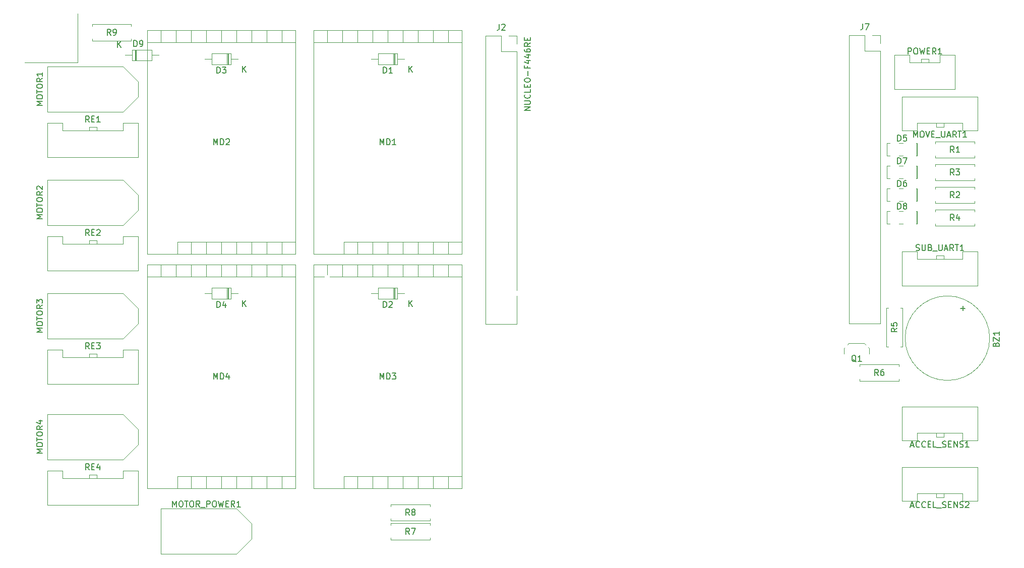
<source format=gto>
G04 #@! TF.GenerationSoftware,KiCad,Pcbnew,(5.1.9)-1*
G04 #@! TF.CreationDate,2021-06-19T16:16:09+09:00*
G04 #@! TF.ProjectId,_______,b3de8ab7-fceb-4c92-9e6b-696361645f70,rev?*
G04 #@! TF.SameCoordinates,Original*
G04 #@! TF.FileFunction,Legend,Top*
G04 #@! TF.FilePolarity,Positive*
%FSLAX46Y46*%
G04 Gerber Fmt 4.6, Leading zero omitted, Abs format (unit mm)*
G04 Created by KiCad (PCBNEW (5.1.9)-1) date 2021-06-19 16:16:09*
%MOMM*%
%LPD*%
G01*
G04 APERTURE LIST*
%ADD10C,0.120000*%
%ADD11C,0.150000*%
%ADD12C,3.400000*%
%ADD13C,1.724000*%
%ADD14C,6.700000*%
%ADD15O,1.900000X1.900000*%
%ADD16O,1.700000X1.700000*%
%ADD17C,2.000000*%
%ADD18C,1.800000*%
%ADD19O,1.800000X1.800000*%
%ADD20C,2.200000*%
%ADD21O,1.250000X1.500000*%
%ADD22C,1.000000*%
G04 APERTURE END LIST*
D10*
X76200000Y-46355000D02*
X76200000Y-38100000D01*
X67310000Y-46355000D02*
X76200000Y-46355000D01*
D11*
X152217380Y-54379047D02*
X151217380Y-54379047D01*
X152217380Y-53807619D01*
X151217380Y-53807619D01*
X151217380Y-53331428D02*
X152026904Y-53331428D01*
X152122142Y-53283809D01*
X152169761Y-53236190D01*
X152217380Y-53140952D01*
X152217380Y-52950476D01*
X152169761Y-52855238D01*
X152122142Y-52807619D01*
X152026904Y-52760000D01*
X151217380Y-52760000D01*
X152122142Y-51712380D02*
X152169761Y-51760000D01*
X152217380Y-51902857D01*
X152217380Y-51998095D01*
X152169761Y-52140952D01*
X152074523Y-52236190D01*
X151979285Y-52283809D01*
X151788809Y-52331428D01*
X151645952Y-52331428D01*
X151455476Y-52283809D01*
X151360238Y-52236190D01*
X151265000Y-52140952D01*
X151217380Y-51998095D01*
X151217380Y-51902857D01*
X151265000Y-51760000D01*
X151312619Y-51712380D01*
X152217380Y-50807619D02*
X152217380Y-51283809D01*
X151217380Y-51283809D01*
X151693571Y-50474285D02*
X151693571Y-50140952D01*
X152217380Y-49998095D02*
X152217380Y-50474285D01*
X151217380Y-50474285D01*
X151217380Y-49998095D01*
X151217380Y-49379047D02*
X151217380Y-49188571D01*
X151265000Y-49093333D01*
X151360238Y-48998095D01*
X151550714Y-48950476D01*
X151884047Y-48950476D01*
X152074523Y-48998095D01*
X152169761Y-49093333D01*
X152217380Y-49188571D01*
X152217380Y-49379047D01*
X152169761Y-49474285D01*
X152074523Y-49569523D01*
X151884047Y-49617142D01*
X151550714Y-49617142D01*
X151360238Y-49569523D01*
X151265000Y-49474285D01*
X151217380Y-49379047D01*
X151836428Y-48521904D02*
X151836428Y-47760000D01*
X151693571Y-46950476D02*
X151693571Y-47283809D01*
X152217380Y-47283809D02*
X151217380Y-47283809D01*
X151217380Y-46807619D01*
X151550714Y-45998095D02*
X152217380Y-45998095D01*
X151169761Y-46236190D02*
X151884047Y-46474285D01*
X151884047Y-45855238D01*
X151550714Y-45045714D02*
X152217380Y-45045714D01*
X151169761Y-45283809D02*
X151884047Y-45521904D01*
X151884047Y-44902857D01*
X151217380Y-44093333D02*
X151217380Y-44283809D01*
X151265000Y-44379047D01*
X151312619Y-44426666D01*
X151455476Y-44521904D01*
X151645952Y-44569523D01*
X152026904Y-44569523D01*
X152122142Y-44521904D01*
X152169761Y-44474285D01*
X152217380Y-44379047D01*
X152217380Y-44188571D01*
X152169761Y-44093333D01*
X152122142Y-44045714D01*
X152026904Y-43998095D01*
X151788809Y-43998095D01*
X151693571Y-44045714D01*
X151645952Y-44093333D01*
X151598333Y-44188571D01*
X151598333Y-44379047D01*
X151645952Y-44474285D01*
X151693571Y-44521904D01*
X151788809Y-44569523D01*
X152217380Y-42998095D02*
X151741190Y-43331428D01*
X152217380Y-43569523D02*
X151217380Y-43569523D01*
X151217380Y-43188571D01*
X151265000Y-43093333D01*
X151312619Y-43045714D01*
X151407857Y-42998095D01*
X151550714Y-42998095D01*
X151645952Y-43045714D01*
X151693571Y-43093333D01*
X151741190Y-43188571D01*
X151741190Y-43569523D01*
X151693571Y-42569523D02*
X151693571Y-42236190D01*
X152217380Y-42093333D02*
X152217380Y-42569523D01*
X151217380Y-42569523D01*
X151217380Y-42093333D01*
D10*
X95250000Y-117856000D02*
X95250000Y-115824000D01*
X97790000Y-115824000D02*
X97790000Y-117856000D01*
X97536000Y-115824000D02*
X97790000Y-115824000D01*
X100330000Y-117856000D02*
X100330000Y-115824000D01*
X102870000Y-117856000D02*
X102870000Y-115824000D01*
X105410000Y-115824000D02*
X105410000Y-117856000D01*
X107950000Y-117856000D02*
X107950000Y-115824000D01*
X110490000Y-115824000D02*
X110490000Y-117856000D01*
X90170000Y-82296000D02*
X90170000Y-80264000D01*
X92710000Y-80264000D02*
X92710000Y-82296000D01*
X95250000Y-82296000D02*
X95250000Y-80264000D01*
X97790000Y-80264000D02*
X97790000Y-82296000D01*
X100330000Y-82296000D02*
X100330000Y-80264000D01*
X102870000Y-80264000D02*
X102870000Y-82296000D01*
X105410000Y-82296000D02*
X105410000Y-80264000D01*
X107950000Y-80264000D02*
X107950000Y-82296000D01*
X110490000Y-82296000D02*
X110490000Y-80264000D01*
X87884000Y-82296000D02*
X112776000Y-82296000D01*
X92964000Y-115824000D02*
X92964000Y-117856000D01*
X112776000Y-115824000D02*
X92964000Y-115824000D01*
X87884000Y-117856000D02*
X112776000Y-117856000D01*
X87884000Y-80264000D02*
X87884000Y-117856000D01*
X112776000Y-80264000D02*
X87884000Y-80264000D01*
X112776000Y-117856000D02*
X112776000Y-80264000D01*
X83820000Y-46990000D02*
X71120000Y-46990000D01*
X83820000Y-54610000D02*
X71120000Y-54610000D01*
X86360000Y-52070000D02*
X83820000Y-54610000D01*
X86360000Y-49530000D02*
X86360000Y-52070000D01*
X83820000Y-46990000D02*
X86360000Y-49530000D01*
X71120000Y-54610000D02*
X71120000Y-46990000D01*
X209635001Y-41770001D02*
X210965001Y-41770001D01*
X210965001Y-41770001D02*
X210965001Y-43100001D01*
X208365001Y-41770001D02*
X208365001Y-44370001D01*
X208365001Y-44370001D02*
X210965001Y-44370001D01*
X210965001Y-44370001D02*
X210965001Y-90150001D01*
X205765001Y-90150001D02*
X210965001Y-90150001D01*
X205765001Y-41770001D02*
X205765001Y-90150001D01*
X205765001Y-41770001D02*
X208365001Y-41770001D01*
X140716000Y-117856000D02*
X140716000Y-80264000D01*
X140716000Y-80264000D02*
X115824000Y-80264000D01*
X115824000Y-80264000D02*
X115824000Y-117856000D01*
X115824000Y-117856000D02*
X140716000Y-117856000D01*
X140716000Y-115824000D02*
X120904000Y-115824000D01*
X120904000Y-115824000D02*
X120904000Y-117856000D01*
X115824000Y-82296000D02*
X140716000Y-82296000D01*
X138430000Y-82296000D02*
X138430000Y-80264000D01*
X135890000Y-80264000D02*
X135890000Y-82296000D01*
X133350000Y-82296000D02*
X133350000Y-80264000D01*
X130810000Y-80264000D02*
X130810000Y-82296000D01*
X128270000Y-82296000D02*
X128270000Y-80264000D01*
X125730000Y-80264000D02*
X125730000Y-82296000D01*
X123190000Y-82296000D02*
X123190000Y-80264000D01*
X120650000Y-80264000D02*
X120650000Y-82296000D01*
X118110000Y-82296000D02*
X118110000Y-80264000D01*
X138430000Y-115824000D02*
X138430000Y-117856000D01*
X135890000Y-117856000D02*
X135890000Y-115824000D01*
X133350000Y-115824000D02*
X133350000Y-117856000D01*
X130810000Y-117856000D02*
X130810000Y-115824000D01*
X128270000Y-117856000D02*
X128270000Y-115824000D01*
X125476000Y-115824000D02*
X125730000Y-115824000D01*
X125730000Y-115824000D02*
X125730000Y-117856000D01*
X123190000Y-117856000D02*
X123190000Y-115824000D01*
X129454000Y-86010000D02*
X129454000Y-84170000D01*
X129214000Y-86010000D02*
X129214000Y-84170000D01*
X129334000Y-86010000D02*
X129334000Y-84170000D01*
X125450000Y-85090000D02*
X126630000Y-85090000D01*
X131090000Y-85090000D02*
X129910000Y-85090000D01*
X126630000Y-86010000D02*
X129910000Y-86010000D01*
X126630000Y-84170000D02*
X126630000Y-86010000D01*
X129910000Y-84170000D02*
X126630000Y-84170000D01*
X129910000Y-86010000D02*
X129910000Y-84170000D01*
X129910000Y-46640000D02*
X129910000Y-44800000D01*
X129910000Y-44800000D02*
X126630000Y-44800000D01*
X126630000Y-44800000D02*
X126630000Y-46640000D01*
X126630000Y-46640000D02*
X129910000Y-46640000D01*
X131090000Y-45720000D02*
X129910000Y-45720000D01*
X125450000Y-45720000D02*
X126630000Y-45720000D01*
X129334000Y-46640000D02*
X129334000Y-44800000D01*
X129214000Y-46640000D02*
X129214000Y-44800000D01*
X129454000Y-46640000D02*
X129454000Y-44800000D01*
X101970000Y-46640000D02*
X101970000Y-44800000D01*
X101970000Y-44800000D02*
X98690000Y-44800000D01*
X98690000Y-44800000D02*
X98690000Y-46640000D01*
X98690000Y-46640000D02*
X101970000Y-46640000D01*
X103150000Y-45720000D02*
X101970000Y-45720000D01*
X97510000Y-45720000D02*
X98690000Y-45720000D01*
X101394000Y-46640000D02*
X101394000Y-44800000D01*
X101274000Y-46640000D02*
X101274000Y-44800000D01*
X101514000Y-46640000D02*
X101514000Y-44800000D01*
X101514000Y-86010000D02*
X101514000Y-84170000D01*
X101274000Y-86010000D02*
X101274000Y-84170000D01*
X101394000Y-86010000D02*
X101394000Y-84170000D01*
X97510000Y-85090000D02*
X98690000Y-85090000D01*
X103150000Y-85090000D02*
X101970000Y-85090000D01*
X98690000Y-86010000D02*
X101970000Y-86010000D01*
X98690000Y-84170000D02*
X98690000Y-86010000D01*
X101970000Y-84170000D02*
X98690000Y-84170000D01*
X101970000Y-86010000D02*
X101970000Y-84170000D01*
X217070000Y-62020000D02*
X217070000Y-59900000D01*
X212070000Y-62020000D02*
X212070000Y-59900000D01*
X217190000Y-62020000D02*
X217190000Y-59900000D01*
X212630000Y-59900000D02*
X212070000Y-59900000D01*
X214820000Y-59900000D02*
X214089000Y-59900000D01*
X217190000Y-59900000D02*
X216980000Y-59900000D01*
X212630000Y-62020000D02*
X212070000Y-62020000D01*
X214820000Y-62020000D02*
X214089000Y-62020000D01*
X217190000Y-62020000D02*
X216980000Y-62020000D01*
X217070000Y-69640000D02*
X217070000Y-67520000D01*
X212070000Y-69640000D02*
X212070000Y-67520000D01*
X217190000Y-69640000D02*
X217190000Y-67520000D01*
X212630000Y-67520000D02*
X212070000Y-67520000D01*
X214820000Y-67520000D02*
X214089000Y-67520000D01*
X217190000Y-67520000D02*
X216980000Y-67520000D01*
X212630000Y-69640000D02*
X212070000Y-69640000D01*
X214820000Y-69640000D02*
X214089000Y-69640000D01*
X217190000Y-69640000D02*
X216980000Y-69640000D01*
X217190000Y-65830000D02*
X216980000Y-65830000D01*
X214820000Y-65830000D02*
X214089000Y-65830000D01*
X212630000Y-65830000D02*
X212070000Y-65830000D01*
X217190000Y-63710000D02*
X216980000Y-63710000D01*
X214820000Y-63710000D02*
X214089000Y-63710000D01*
X212630000Y-63710000D02*
X212070000Y-63710000D01*
X217190000Y-65830000D02*
X217190000Y-63710000D01*
X212070000Y-65830000D02*
X212070000Y-63710000D01*
X217070000Y-65830000D02*
X217070000Y-63710000D01*
X217190000Y-73450000D02*
X216980000Y-73450000D01*
X214820000Y-73450000D02*
X214089000Y-73450000D01*
X212630000Y-73450000D02*
X212070000Y-73450000D01*
X217190000Y-71330000D02*
X216980000Y-71330000D01*
X214820000Y-71330000D02*
X214089000Y-71330000D01*
X212630000Y-71330000D02*
X212070000Y-71330000D01*
X217190000Y-73450000D02*
X217190000Y-71330000D01*
X212070000Y-73450000D02*
X212070000Y-71330000D01*
X217070000Y-73450000D02*
X217070000Y-71330000D01*
X221615000Y-108585000D02*
X220345000Y-108585000D01*
X217170000Y-109855000D02*
X214630000Y-109855000D01*
X217170000Y-108585000D02*
X217170000Y-109855000D01*
X220345000Y-108585000D02*
X217170000Y-108585000D01*
X220345000Y-109220000D02*
X220345000Y-108585000D01*
X221615000Y-109220000D02*
X220345000Y-109220000D01*
X221615000Y-108585000D02*
X221615000Y-109220000D01*
X224790000Y-108585000D02*
X221615000Y-108585000D01*
X224790000Y-109855000D02*
X224790000Y-108585000D01*
X227330000Y-104140000D02*
X227330000Y-106680000D01*
X214630000Y-104140000D02*
X227330000Y-104140000D01*
X214630000Y-109855000D02*
X214630000Y-104140000D01*
X227330000Y-109855000D02*
X224790000Y-109855000D01*
X227330000Y-106680000D02*
X227330000Y-109855000D01*
X144720000Y-41850000D02*
X147320000Y-41850000D01*
X144720000Y-41850000D02*
X144720000Y-90230000D01*
X144720000Y-90230000D02*
X149920000Y-90230000D01*
X149920000Y-44450000D02*
X149920000Y-90230000D01*
X147320000Y-44450000D02*
X149920000Y-44450000D01*
X147320000Y-41850000D02*
X147320000Y-44450000D01*
X149920000Y-41850000D02*
X149920000Y-43180000D01*
X148590000Y-41850000D02*
X149920000Y-41850000D01*
X140716000Y-78486000D02*
X140716000Y-40894000D01*
X140716000Y-40894000D02*
X115824000Y-40894000D01*
X115824000Y-40894000D02*
X115824000Y-78486000D01*
X115824000Y-78486000D02*
X140716000Y-78486000D01*
X140716000Y-76454000D02*
X120904000Y-76454000D01*
X120904000Y-76454000D02*
X120904000Y-78486000D01*
X115824000Y-42926000D02*
X140716000Y-42926000D01*
X138430000Y-42926000D02*
X138430000Y-40894000D01*
X135890000Y-40894000D02*
X135890000Y-42926000D01*
X133350000Y-42926000D02*
X133350000Y-40894000D01*
X130810000Y-40894000D02*
X130810000Y-42926000D01*
X128270000Y-42926000D02*
X128270000Y-40894000D01*
X125730000Y-40894000D02*
X125730000Y-42926000D01*
X123190000Y-42926000D02*
X123190000Y-40894000D01*
X120650000Y-40894000D02*
X120650000Y-42926000D01*
X118110000Y-42926000D02*
X118110000Y-40894000D01*
X138430000Y-76454000D02*
X138430000Y-78486000D01*
X135890000Y-78486000D02*
X135890000Y-76454000D01*
X133350000Y-76454000D02*
X133350000Y-78486000D01*
X130810000Y-78486000D02*
X130810000Y-76454000D01*
X128270000Y-78486000D02*
X128270000Y-76454000D01*
X125476000Y-76454000D02*
X125730000Y-76454000D01*
X125730000Y-76454000D02*
X125730000Y-78486000D01*
X123190000Y-78486000D02*
X123190000Y-76454000D01*
X95250000Y-78486000D02*
X95250000Y-76454000D01*
X97790000Y-76454000D02*
X97790000Y-78486000D01*
X97536000Y-76454000D02*
X97790000Y-76454000D01*
X100330000Y-78486000D02*
X100330000Y-76454000D01*
X102870000Y-78486000D02*
X102870000Y-76454000D01*
X105410000Y-76454000D02*
X105410000Y-78486000D01*
X107950000Y-78486000D02*
X107950000Y-76454000D01*
X110490000Y-76454000D02*
X110490000Y-78486000D01*
X90170000Y-42926000D02*
X90170000Y-40894000D01*
X92710000Y-40894000D02*
X92710000Y-42926000D01*
X95250000Y-42926000D02*
X95250000Y-40894000D01*
X97790000Y-40894000D02*
X97790000Y-42926000D01*
X100330000Y-42926000D02*
X100330000Y-40894000D01*
X102870000Y-40894000D02*
X102870000Y-42926000D01*
X105410000Y-42926000D02*
X105410000Y-40894000D01*
X107950000Y-40894000D02*
X107950000Y-42926000D01*
X110490000Y-42926000D02*
X110490000Y-40894000D01*
X87884000Y-42926000D02*
X112776000Y-42926000D01*
X92964000Y-76454000D02*
X92964000Y-78486000D01*
X112776000Y-76454000D02*
X92964000Y-76454000D01*
X87884000Y-78486000D02*
X112776000Y-78486000D01*
X87884000Y-40894000D02*
X87884000Y-78486000D01*
X112776000Y-40894000D02*
X87884000Y-40894000D01*
X112776000Y-78486000D02*
X112776000Y-40894000D01*
X227330000Y-54610000D02*
X227330000Y-57785000D01*
X227330000Y-57785000D02*
X224790000Y-57785000D01*
X214630000Y-57785000D02*
X214630000Y-52070000D01*
X214630000Y-52070000D02*
X227330000Y-52070000D01*
X227330000Y-52070000D02*
X227330000Y-54610000D01*
X224790000Y-57785000D02*
X224790000Y-56515000D01*
X224790000Y-56515000D02*
X221615000Y-56515000D01*
X221615000Y-56515000D02*
X221615000Y-57150000D01*
X221615000Y-57150000D02*
X220345000Y-57150000D01*
X220345000Y-57150000D02*
X220345000Y-56515000D01*
X220345000Y-56515000D02*
X217170000Y-56515000D01*
X217170000Y-56515000D02*
X217170000Y-57785000D01*
X217170000Y-57785000D02*
X214630000Y-57785000D01*
X221615000Y-56515000D02*
X220345000Y-56515000D01*
X226790000Y-62330000D02*
X226790000Y-62000000D01*
X220250000Y-62330000D02*
X226790000Y-62330000D01*
X220250000Y-62000000D02*
X220250000Y-62330000D01*
X226790000Y-59590000D02*
X226790000Y-59920000D01*
X220250000Y-59590000D02*
X226790000Y-59590000D01*
X220250000Y-59920000D02*
X220250000Y-59590000D01*
X226790000Y-69950000D02*
X226790000Y-69620000D01*
X220250000Y-69950000D02*
X226790000Y-69950000D01*
X220250000Y-69620000D02*
X220250000Y-69950000D01*
X226790000Y-67210000D02*
X226790000Y-67540000D01*
X220250000Y-67210000D02*
X226790000Y-67210000D01*
X220250000Y-67540000D02*
X220250000Y-67210000D01*
X220250000Y-63730000D02*
X220250000Y-63400000D01*
X220250000Y-63400000D02*
X226790000Y-63400000D01*
X226790000Y-63400000D02*
X226790000Y-63730000D01*
X220250000Y-65810000D02*
X220250000Y-66140000D01*
X220250000Y-66140000D02*
X226790000Y-66140000D01*
X226790000Y-66140000D02*
X226790000Y-65810000D01*
X220250000Y-71350000D02*
X220250000Y-71020000D01*
X220250000Y-71020000D02*
X226790000Y-71020000D01*
X226790000Y-71020000D02*
X226790000Y-71350000D01*
X220250000Y-73430000D02*
X220250000Y-73760000D01*
X220250000Y-73760000D02*
X226790000Y-73760000D01*
X226790000Y-73760000D02*
X226790000Y-73430000D01*
X78105000Y-57785000D02*
X79375000Y-57785000D01*
X71120000Y-56515000D02*
X71120000Y-62230000D01*
X71120000Y-62230000D02*
X86360000Y-62230000D01*
X86360000Y-62230000D02*
X86360000Y-56515000D01*
X86360000Y-56515000D02*
X83820000Y-56515000D01*
X71120000Y-56515000D02*
X73660000Y-56515000D01*
X73660000Y-56515000D02*
X73660000Y-57785000D01*
X73660000Y-57785000D02*
X78105000Y-57785000D01*
X78105000Y-57785000D02*
X78105000Y-57150000D01*
X78105000Y-57150000D02*
X79375000Y-57150000D01*
X79375000Y-57150000D02*
X79375000Y-57785000D01*
X79375000Y-57785000D02*
X83820000Y-57785000D01*
X83820000Y-57785000D02*
X83820000Y-56515000D01*
X83820000Y-76835000D02*
X83820000Y-75565000D01*
X79375000Y-76835000D02*
X83820000Y-76835000D01*
X79375000Y-76200000D02*
X79375000Y-76835000D01*
X78105000Y-76200000D02*
X79375000Y-76200000D01*
X78105000Y-76835000D02*
X78105000Y-76200000D01*
X73660000Y-76835000D02*
X78105000Y-76835000D01*
X73660000Y-75565000D02*
X73660000Y-76835000D01*
X71120000Y-75565000D02*
X73660000Y-75565000D01*
X86360000Y-75565000D02*
X83820000Y-75565000D01*
X86360000Y-81280000D02*
X86360000Y-75565000D01*
X71120000Y-81280000D02*
X86360000Y-81280000D01*
X71120000Y-75565000D02*
X71120000Y-81280000D01*
X78105000Y-76835000D02*
X79375000Y-76835000D01*
X83820000Y-95885000D02*
X83820000Y-94615000D01*
X79375000Y-95885000D02*
X83820000Y-95885000D01*
X79375000Y-95250000D02*
X79375000Y-95885000D01*
X78105000Y-95250000D02*
X79375000Y-95250000D01*
X78105000Y-95885000D02*
X78105000Y-95250000D01*
X73660000Y-95885000D02*
X78105000Y-95885000D01*
X73660000Y-94615000D02*
X73660000Y-95885000D01*
X71120000Y-94615000D02*
X73660000Y-94615000D01*
X86360000Y-94615000D02*
X83820000Y-94615000D01*
X86360000Y-100330000D02*
X86360000Y-94615000D01*
X71120000Y-100330000D02*
X86360000Y-100330000D01*
X71120000Y-94615000D02*
X71120000Y-100330000D01*
X78105000Y-95885000D02*
X79375000Y-95885000D01*
X78105000Y-116205000D02*
X79375000Y-116205000D01*
X71120000Y-114935000D02*
X71120000Y-120650000D01*
X71120000Y-120650000D02*
X86360000Y-120650000D01*
X86360000Y-120650000D02*
X86360000Y-114935000D01*
X86360000Y-114935000D02*
X83820000Y-114935000D01*
X71120000Y-114935000D02*
X73660000Y-114935000D01*
X73660000Y-114935000D02*
X73660000Y-116205000D01*
X73660000Y-116205000D02*
X78105000Y-116205000D01*
X78105000Y-116205000D02*
X78105000Y-115570000D01*
X78105000Y-115570000D02*
X79375000Y-115570000D01*
X79375000Y-115570000D02*
X79375000Y-116205000D01*
X79375000Y-116205000D02*
X83820000Y-116205000D01*
X83820000Y-116205000D02*
X83820000Y-114935000D01*
X220345000Y-79375000D02*
X221615000Y-79375000D01*
X224790000Y-78105000D02*
X227330000Y-78105000D01*
X224790000Y-79375000D02*
X224790000Y-78105000D01*
X221615000Y-79375000D02*
X224790000Y-79375000D01*
X221615000Y-78740000D02*
X221615000Y-79375000D01*
X220345000Y-78740000D02*
X221615000Y-78740000D01*
X220345000Y-79375000D02*
X220345000Y-78740000D01*
X217170000Y-79375000D02*
X220345000Y-79375000D01*
X217170000Y-78105000D02*
X217170000Y-79375000D01*
X214630000Y-83820000D02*
X214630000Y-81280000D01*
X227330000Y-83820000D02*
X214630000Y-83820000D01*
X227330000Y-78105000D02*
X227330000Y-83820000D01*
X214630000Y-78105000D02*
X217170000Y-78105000D01*
X214630000Y-81280000D02*
X214630000Y-78105000D01*
X229350000Y-92630000D02*
G75*
G03*
X229350000Y-92630000I-7100000J0D01*
G01*
X71120000Y-73660000D02*
X71120000Y-66040000D01*
X83820000Y-66040000D02*
X86360000Y-68580000D01*
X86360000Y-68580000D02*
X86360000Y-71120000D01*
X86360000Y-71120000D02*
X83820000Y-73660000D01*
X83820000Y-73660000D02*
X71120000Y-73660000D01*
X83820000Y-66040000D02*
X71120000Y-66040000D01*
X71120000Y-92710000D02*
X71120000Y-85090000D01*
X83820000Y-85090000D02*
X86360000Y-87630000D01*
X86360000Y-87630000D02*
X86360000Y-90170000D01*
X86360000Y-90170000D02*
X83820000Y-92710000D01*
X83820000Y-92710000D02*
X71120000Y-92710000D01*
X83820000Y-85090000D02*
X71120000Y-85090000D01*
X83820000Y-105410000D02*
X71120000Y-105410000D01*
X83820000Y-113030000D02*
X71120000Y-113030000D01*
X86360000Y-110490000D02*
X83820000Y-113030000D01*
X86360000Y-107950000D02*
X86360000Y-110490000D01*
X83820000Y-105410000D02*
X86360000Y-107950000D01*
X71120000Y-113030000D02*
X71120000Y-105410000D01*
X90170000Y-128905000D02*
X90170000Y-121285000D01*
X102870000Y-121285000D02*
X105410000Y-123825000D01*
X105410000Y-123825000D02*
X105410000Y-126365000D01*
X105410000Y-126365000D02*
X102870000Y-128905000D01*
X102870000Y-128905000D02*
X90170000Y-128905000D01*
X102870000Y-121285000D02*
X90170000Y-121285000D01*
X213360000Y-50800000D02*
X213360000Y-45085000D01*
X223520000Y-50800000D02*
X223520000Y-45085000D01*
X213360000Y-50800000D02*
X223520000Y-50800000D01*
X220980000Y-45085000D02*
X223520000Y-45085000D01*
X213360000Y-45085000D02*
X215900000Y-45085000D01*
X217805000Y-46355000D02*
X219075000Y-46355000D01*
X219075000Y-46355000D02*
X220980000Y-46355000D01*
X215900000Y-46355000D02*
X217805000Y-46355000D01*
X219075000Y-45720000D02*
X219075000Y-46355000D01*
X217805000Y-45720000D02*
X219075000Y-45720000D01*
X217805000Y-46355000D02*
X217805000Y-45720000D01*
X220980000Y-46355000D02*
X220980000Y-45085000D01*
X215900000Y-45085000D02*
X215900000Y-46355000D01*
X208990000Y-94165000D02*
X209140000Y-94315000D01*
X208290000Y-93515000D02*
X208540000Y-93765000D01*
X205040000Y-94165000D02*
X204890000Y-94315000D01*
X205690000Y-93515000D02*
X205440000Y-93765000D01*
X208290000Y-93515000D02*
X205690000Y-93515000D01*
X209140000Y-94315000D02*
X209140000Y-95265000D01*
X204890000Y-95265000D02*
X204890000Y-94315000D01*
X212320000Y-94075000D02*
X211990000Y-94075000D01*
X211990000Y-94075000D02*
X211990000Y-87535000D01*
X211990000Y-87535000D02*
X212320000Y-87535000D01*
X214400000Y-94075000D02*
X214730000Y-94075000D01*
X214730000Y-94075000D02*
X214730000Y-87535000D01*
X214730000Y-87535000D02*
X214400000Y-87535000D01*
X207550000Y-97055000D02*
X207550000Y-97385000D01*
X214090000Y-97055000D02*
X207550000Y-97055000D01*
X214090000Y-97385000D02*
X214090000Y-97055000D01*
X207550000Y-99795000D02*
X207550000Y-99465000D01*
X214090000Y-99795000D02*
X207550000Y-99795000D01*
X214090000Y-99465000D02*
X214090000Y-99795000D01*
X135350000Y-126465000D02*
X135350000Y-126135000D01*
X128810000Y-126465000D02*
X135350000Y-126465000D01*
X128810000Y-126135000D02*
X128810000Y-126465000D01*
X135350000Y-123725000D02*
X135350000Y-124055000D01*
X128810000Y-123725000D02*
X135350000Y-123725000D01*
X128810000Y-124055000D02*
X128810000Y-123725000D01*
X135350000Y-122960000D02*
X135350000Y-123290000D01*
X135350000Y-123290000D02*
X128810000Y-123290000D01*
X128810000Y-123290000D02*
X128810000Y-122960000D01*
X135350000Y-120880000D02*
X135350000Y-120550000D01*
X135350000Y-120550000D02*
X128810000Y-120550000D01*
X128810000Y-120550000D02*
X128810000Y-120880000D01*
X85811000Y-44165000D02*
X85811000Y-46005000D01*
X86051000Y-44165000D02*
X86051000Y-46005000D01*
X85931000Y-44165000D02*
X85931000Y-46005000D01*
X89815000Y-45085000D02*
X88635000Y-45085000D01*
X84175000Y-45085000D02*
X85355000Y-45085000D01*
X88635000Y-44165000D02*
X85355000Y-44165000D01*
X88635000Y-46005000D02*
X88635000Y-44165000D01*
X85355000Y-46005000D02*
X88635000Y-46005000D01*
X85355000Y-44165000D02*
X85355000Y-46005000D01*
X85185000Y-42645000D02*
X85185000Y-42315000D01*
X78645000Y-42645000D02*
X85185000Y-42645000D01*
X78645000Y-42315000D02*
X78645000Y-42645000D01*
X85185000Y-39905000D02*
X85185000Y-40235000D01*
X78645000Y-39905000D02*
X85185000Y-39905000D01*
X78645000Y-40235000D02*
X78645000Y-39905000D01*
X227330000Y-116840000D02*
X227330000Y-120015000D01*
X227330000Y-120015000D02*
X224790000Y-120015000D01*
X214630000Y-120015000D02*
X214630000Y-114300000D01*
X214630000Y-114300000D02*
X227330000Y-114300000D01*
X227330000Y-114300000D02*
X227330000Y-116840000D01*
X224790000Y-120015000D02*
X224790000Y-118745000D01*
X224790000Y-118745000D02*
X221615000Y-118745000D01*
X221615000Y-118745000D02*
X221615000Y-119380000D01*
X221615000Y-119380000D02*
X220345000Y-119380000D01*
X220345000Y-119380000D02*
X220345000Y-118745000D01*
X220345000Y-118745000D02*
X217170000Y-118745000D01*
X217170000Y-118745000D02*
X217170000Y-120015000D01*
X217170000Y-120015000D02*
X214630000Y-120015000D01*
X221615000Y-118745000D02*
X220345000Y-118745000D01*
D11*
X99020476Y-99512380D02*
X99020476Y-98512380D01*
X99353809Y-99226666D01*
X99687142Y-98512380D01*
X99687142Y-99512380D01*
X100163333Y-99512380D02*
X100163333Y-98512380D01*
X100401428Y-98512380D01*
X100544285Y-98560000D01*
X100639523Y-98655238D01*
X100687142Y-98750476D01*
X100734761Y-98940952D01*
X100734761Y-99083809D01*
X100687142Y-99274285D01*
X100639523Y-99369523D01*
X100544285Y-99464761D01*
X100401428Y-99512380D01*
X100163333Y-99512380D01*
X101591904Y-98845714D02*
X101591904Y-99512380D01*
X101353809Y-98464761D02*
X101115714Y-99179047D01*
X101734761Y-99179047D01*
X70302380Y-53538095D02*
X69302380Y-53538095D01*
X70016666Y-53204761D01*
X69302380Y-52871428D01*
X70302380Y-52871428D01*
X69302380Y-52204761D02*
X69302380Y-52014285D01*
X69350000Y-51919047D01*
X69445238Y-51823809D01*
X69635714Y-51776190D01*
X69969047Y-51776190D01*
X70159523Y-51823809D01*
X70254761Y-51919047D01*
X70302380Y-52014285D01*
X70302380Y-52204761D01*
X70254761Y-52300000D01*
X70159523Y-52395238D01*
X69969047Y-52442857D01*
X69635714Y-52442857D01*
X69445238Y-52395238D01*
X69350000Y-52300000D01*
X69302380Y-52204761D01*
X69302380Y-51490476D02*
X69302380Y-50919047D01*
X70302380Y-51204761D02*
X69302380Y-51204761D01*
X69302380Y-50395238D02*
X69302380Y-50204761D01*
X69350000Y-50109523D01*
X69445238Y-50014285D01*
X69635714Y-49966666D01*
X69969047Y-49966666D01*
X70159523Y-50014285D01*
X70254761Y-50109523D01*
X70302380Y-50204761D01*
X70302380Y-50395238D01*
X70254761Y-50490476D01*
X70159523Y-50585714D01*
X69969047Y-50633333D01*
X69635714Y-50633333D01*
X69445238Y-50585714D01*
X69350000Y-50490476D01*
X69302380Y-50395238D01*
X70302380Y-48966666D02*
X69826190Y-49300000D01*
X70302380Y-49538095D02*
X69302380Y-49538095D01*
X69302380Y-49157142D01*
X69350000Y-49061904D01*
X69397619Y-49014285D01*
X69492857Y-48966666D01*
X69635714Y-48966666D01*
X69730952Y-49014285D01*
X69778571Y-49061904D01*
X69826190Y-49157142D01*
X69826190Y-49538095D01*
X70302380Y-48014285D02*
X70302380Y-48585714D01*
X70302380Y-48300000D02*
X69302380Y-48300000D01*
X69445238Y-48395238D01*
X69540476Y-48490476D01*
X69588095Y-48585714D01*
X208031667Y-39782381D02*
X208031667Y-40496667D01*
X207984048Y-40639524D01*
X207888810Y-40734762D01*
X207745953Y-40782381D01*
X207650715Y-40782381D01*
X208412620Y-39782381D02*
X209079286Y-39782381D01*
X208650715Y-40782381D01*
X126960476Y-99512380D02*
X126960476Y-98512380D01*
X127293809Y-99226666D01*
X127627142Y-98512380D01*
X127627142Y-99512380D01*
X128103333Y-99512380D02*
X128103333Y-98512380D01*
X128341428Y-98512380D01*
X128484285Y-98560000D01*
X128579523Y-98655238D01*
X128627142Y-98750476D01*
X128674761Y-98940952D01*
X128674761Y-99083809D01*
X128627142Y-99274285D01*
X128579523Y-99369523D01*
X128484285Y-99464761D01*
X128341428Y-99512380D01*
X128103333Y-99512380D01*
X129008095Y-98512380D02*
X129627142Y-98512380D01*
X129293809Y-98893333D01*
X129436666Y-98893333D01*
X129531904Y-98940952D01*
X129579523Y-98988571D01*
X129627142Y-99083809D01*
X129627142Y-99321904D01*
X129579523Y-99417142D01*
X129531904Y-99464761D01*
X129436666Y-99512380D01*
X129150952Y-99512380D01*
X129055714Y-99464761D01*
X129008095Y-99417142D01*
X127531904Y-87462380D02*
X127531904Y-86462380D01*
X127770000Y-86462380D01*
X127912857Y-86510000D01*
X128008095Y-86605238D01*
X128055714Y-86700476D01*
X128103333Y-86890952D01*
X128103333Y-87033809D01*
X128055714Y-87224285D01*
X128008095Y-87319523D01*
X127912857Y-87414761D01*
X127770000Y-87462380D01*
X127531904Y-87462380D01*
X128484285Y-86557619D02*
X128531904Y-86510000D01*
X128627142Y-86462380D01*
X128865238Y-86462380D01*
X128960476Y-86510000D01*
X129008095Y-86557619D01*
X129055714Y-86652857D01*
X129055714Y-86748095D01*
X129008095Y-86890952D01*
X128436666Y-87462380D01*
X129055714Y-87462380D01*
X131818095Y-87292380D02*
X131818095Y-86292380D01*
X132389523Y-87292380D02*
X131960952Y-86720952D01*
X132389523Y-86292380D02*
X131818095Y-86863809D01*
X127531904Y-48092380D02*
X127531904Y-47092380D01*
X127770000Y-47092380D01*
X127912857Y-47140000D01*
X128008095Y-47235238D01*
X128055714Y-47330476D01*
X128103333Y-47520952D01*
X128103333Y-47663809D01*
X128055714Y-47854285D01*
X128008095Y-47949523D01*
X127912857Y-48044761D01*
X127770000Y-48092380D01*
X127531904Y-48092380D01*
X129055714Y-48092380D02*
X128484285Y-48092380D01*
X128770000Y-48092380D02*
X128770000Y-47092380D01*
X128674761Y-47235238D01*
X128579523Y-47330476D01*
X128484285Y-47378095D01*
X131818095Y-47922380D02*
X131818095Y-46922380D01*
X132389523Y-47922380D02*
X131960952Y-47350952D01*
X132389523Y-46922380D02*
X131818095Y-47493809D01*
X99591904Y-48092380D02*
X99591904Y-47092380D01*
X99830000Y-47092380D01*
X99972857Y-47140000D01*
X100068095Y-47235238D01*
X100115714Y-47330476D01*
X100163333Y-47520952D01*
X100163333Y-47663809D01*
X100115714Y-47854285D01*
X100068095Y-47949523D01*
X99972857Y-48044761D01*
X99830000Y-48092380D01*
X99591904Y-48092380D01*
X100496666Y-47092380D02*
X101115714Y-47092380D01*
X100782380Y-47473333D01*
X100925238Y-47473333D01*
X101020476Y-47520952D01*
X101068095Y-47568571D01*
X101115714Y-47663809D01*
X101115714Y-47901904D01*
X101068095Y-47997142D01*
X101020476Y-48044761D01*
X100925238Y-48092380D01*
X100639523Y-48092380D01*
X100544285Y-48044761D01*
X100496666Y-47997142D01*
X103878095Y-47922380D02*
X103878095Y-46922380D01*
X104449523Y-47922380D02*
X104020952Y-47350952D01*
X104449523Y-46922380D02*
X103878095Y-47493809D01*
X99591904Y-87462380D02*
X99591904Y-86462380D01*
X99830000Y-86462380D01*
X99972857Y-86510000D01*
X100068095Y-86605238D01*
X100115714Y-86700476D01*
X100163333Y-86890952D01*
X100163333Y-87033809D01*
X100115714Y-87224285D01*
X100068095Y-87319523D01*
X99972857Y-87414761D01*
X99830000Y-87462380D01*
X99591904Y-87462380D01*
X101020476Y-86795714D02*
X101020476Y-87462380D01*
X100782380Y-86414761D02*
X100544285Y-87129047D01*
X101163333Y-87129047D01*
X103878095Y-87292380D02*
X103878095Y-86292380D01*
X104449523Y-87292380D02*
X104020952Y-86720952D01*
X104449523Y-86292380D02*
X103878095Y-86863809D01*
X213891904Y-59507380D02*
X213891904Y-58507380D01*
X214130000Y-58507380D01*
X214272857Y-58555000D01*
X214368095Y-58650238D01*
X214415714Y-58745476D01*
X214463333Y-58935952D01*
X214463333Y-59078809D01*
X214415714Y-59269285D01*
X214368095Y-59364523D01*
X214272857Y-59459761D01*
X214130000Y-59507380D01*
X213891904Y-59507380D01*
X215368095Y-58507380D02*
X214891904Y-58507380D01*
X214844285Y-58983571D01*
X214891904Y-58935952D01*
X214987142Y-58888333D01*
X215225238Y-58888333D01*
X215320476Y-58935952D01*
X215368095Y-58983571D01*
X215415714Y-59078809D01*
X215415714Y-59316904D01*
X215368095Y-59412142D01*
X215320476Y-59459761D01*
X215225238Y-59507380D01*
X214987142Y-59507380D01*
X214891904Y-59459761D01*
X214844285Y-59412142D01*
X213891904Y-67127380D02*
X213891904Y-66127380D01*
X214130000Y-66127380D01*
X214272857Y-66175000D01*
X214368095Y-66270238D01*
X214415714Y-66365476D01*
X214463333Y-66555952D01*
X214463333Y-66698809D01*
X214415714Y-66889285D01*
X214368095Y-66984523D01*
X214272857Y-67079761D01*
X214130000Y-67127380D01*
X213891904Y-67127380D01*
X215320476Y-66127380D02*
X215130000Y-66127380D01*
X215034761Y-66175000D01*
X214987142Y-66222619D01*
X214891904Y-66365476D01*
X214844285Y-66555952D01*
X214844285Y-66936904D01*
X214891904Y-67032142D01*
X214939523Y-67079761D01*
X215034761Y-67127380D01*
X215225238Y-67127380D01*
X215320476Y-67079761D01*
X215368095Y-67032142D01*
X215415714Y-66936904D01*
X215415714Y-66698809D01*
X215368095Y-66603571D01*
X215320476Y-66555952D01*
X215225238Y-66508333D01*
X215034761Y-66508333D01*
X214939523Y-66555952D01*
X214891904Y-66603571D01*
X214844285Y-66698809D01*
X213891904Y-63317380D02*
X213891904Y-62317380D01*
X214130000Y-62317380D01*
X214272857Y-62365000D01*
X214368095Y-62460238D01*
X214415714Y-62555476D01*
X214463333Y-62745952D01*
X214463333Y-62888809D01*
X214415714Y-63079285D01*
X214368095Y-63174523D01*
X214272857Y-63269761D01*
X214130000Y-63317380D01*
X213891904Y-63317380D01*
X214796666Y-62317380D02*
X215463333Y-62317380D01*
X215034761Y-63317380D01*
X213891904Y-70937380D02*
X213891904Y-69937380D01*
X214130000Y-69937380D01*
X214272857Y-69985000D01*
X214368095Y-70080238D01*
X214415714Y-70175476D01*
X214463333Y-70365952D01*
X214463333Y-70508809D01*
X214415714Y-70699285D01*
X214368095Y-70794523D01*
X214272857Y-70889761D01*
X214130000Y-70937380D01*
X213891904Y-70937380D01*
X215034761Y-70365952D02*
X214939523Y-70318333D01*
X214891904Y-70270714D01*
X214844285Y-70175476D01*
X214844285Y-70127857D01*
X214891904Y-70032619D01*
X214939523Y-69985000D01*
X215034761Y-69937380D01*
X215225238Y-69937380D01*
X215320476Y-69985000D01*
X215368095Y-70032619D01*
X215415714Y-70127857D01*
X215415714Y-70175476D01*
X215368095Y-70270714D01*
X215320476Y-70318333D01*
X215225238Y-70365952D01*
X215034761Y-70365952D01*
X214939523Y-70413571D01*
X214891904Y-70461190D01*
X214844285Y-70556428D01*
X214844285Y-70746904D01*
X214891904Y-70842142D01*
X214939523Y-70889761D01*
X215034761Y-70937380D01*
X215225238Y-70937380D01*
X215320476Y-70889761D01*
X215368095Y-70842142D01*
X215415714Y-70746904D01*
X215415714Y-70556428D01*
X215368095Y-70461190D01*
X215320476Y-70413571D01*
X215225238Y-70365952D01*
X216099047Y-110656666D02*
X216575238Y-110656666D01*
X216003809Y-110942380D02*
X216337142Y-109942380D01*
X216670476Y-110942380D01*
X217575238Y-110847142D02*
X217527619Y-110894761D01*
X217384761Y-110942380D01*
X217289523Y-110942380D01*
X217146666Y-110894761D01*
X217051428Y-110799523D01*
X217003809Y-110704285D01*
X216956190Y-110513809D01*
X216956190Y-110370952D01*
X217003809Y-110180476D01*
X217051428Y-110085238D01*
X217146666Y-109990000D01*
X217289523Y-109942380D01*
X217384761Y-109942380D01*
X217527619Y-109990000D01*
X217575238Y-110037619D01*
X218575238Y-110847142D02*
X218527619Y-110894761D01*
X218384761Y-110942380D01*
X218289523Y-110942380D01*
X218146666Y-110894761D01*
X218051428Y-110799523D01*
X218003809Y-110704285D01*
X217956190Y-110513809D01*
X217956190Y-110370952D01*
X218003809Y-110180476D01*
X218051428Y-110085238D01*
X218146666Y-109990000D01*
X218289523Y-109942380D01*
X218384761Y-109942380D01*
X218527619Y-109990000D01*
X218575238Y-110037619D01*
X219003809Y-110418571D02*
X219337142Y-110418571D01*
X219480000Y-110942380D02*
X219003809Y-110942380D01*
X219003809Y-109942380D01*
X219480000Y-109942380D01*
X220384761Y-110942380D02*
X219908571Y-110942380D01*
X219908571Y-109942380D01*
X220480000Y-111037619D02*
X221241904Y-111037619D01*
X221432380Y-110894761D02*
X221575238Y-110942380D01*
X221813333Y-110942380D01*
X221908571Y-110894761D01*
X221956190Y-110847142D01*
X222003809Y-110751904D01*
X222003809Y-110656666D01*
X221956190Y-110561428D01*
X221908571Y-110513809D01*
X221813333Y-110466190D01*
X221622857Y-110418571D01*
X221527619Y-110370952D01*
X221480000Y-110323333D01*
X221432380Y-110228095D01*
X221432380Y-110132857D01*
X221480000Y-110037619D01*
X221527619Y-109990000D01*
X221622857Y-109942380D01*
X221860952Y-109942380D01*
X222003809Y-109990000D01*
X222432380Y-110418571D02*
X222765714Y-110418571D01*
X222908571Y-110942380D02*
X222432380Y-110942380D01*
X222432380Y-109942380D01*
X222908571Y-109942380D01*
X223337142Y-110942380D02*
X223337142Y-109942380D01*
X223908571Y-110942380D01*
X223908571Y-109942380D01*
X224337142Y-110894761D02*
X224480000Y-110942380D01*
X224718095Y-110942380D01*
X224813333Y-110894761D01*
X224860952Y-110847142D01*
X224908571Y-110751904D01*
X224908571Y-110656666D01*
X224860952Y-110561428D01*
X224813333Y-110513809D01*
X224718095Y-110466190D01*
X224527619Y-110418571D01*
X224432380Y-110370952D01*
X224384761Y-110323333D01*
X224337142Y-110228095D01*
X224337142Y-110132857D01*
X224384761Y-110037619D01*
X224432380Y-109990000D01*
X224527619Y-109942380D01*
X224765714Y-109942380D01*
X224908571Y-109990000D01*
X225860952Y-110942380D02*
X225289523Y-110942380D01*
X225575238Y-110942380D02*
X225575238Y-109942380D01*
X225480000Y-110085238D01*
X225384761Y-110180476D01*
X225289523Y-110228095D01*
X146986666Y-39862380D02*
X146986666Y-40576666D01*
X146939047Y-40719523D01*
X146843809Y-40814761D01*
X146700952Y-40862380D01*
X146605714Y-40862380D01*
X147415238Y-39957619D02*
X147462857Y-39910000D01*
X147558095Y-39862380D01*
X147796190Y-39862380D01*
X147891428Y-39910000D01*
X147939047Y-39957619D01*
X147986666Y-40052857D01*
X147986666Y-40148095D01*
X147939047Y-40290952D01*
X147367619Y-40862380D01*
X147986666Y-40862380D01*
X126960476Y-60142380D02*
X126960476Y-59142380D01*
X127293809Y-59856666D01*
X127627142Y-59142380D01*
X127627142Y-60142380D01*
X128103333Y-60142380D02*
X128103333Y-59142380D01*
X128341428Y-59142380D01*
X128484285Y-59190000D01*
X128579523Y-59285238D01*
X128627142Y-59380476D01*
X128674761Y-59570952D01*
X128674761Y-59713809D01*
X128627142Y-59904285D01*
X128579523Y-59999523D01*
X128484285Y-60094761D01*
X128341428Y-60142380D01*
X128103333Y-60142380D01*
X129627142Y-60142380D02*
X129055714Y-60142380D01*
X129341428Y-60142380D02*
X129341428Y-59142380D01*
X129246190Y-59285238D01*
X129150952Y-59380476D01*
X129055714Y-59428095D01*
X99020476Y-60142380D02*
X99020476Y-59142380D01*
X99353809Y-59856666D01*
X99687142Y-59142380D01*
X99687142Y-60142380D01*
X100163333Y-60142380D02*
X100163333Y-59142380D01*
X100401428Y-59142380D01*
X100544285Y-59190000D01*
X100639523Y-59285238D01*
X100687142Y-59380476D01*
X100734761Y-59570952D01*
X100734761Y-59713809D01*
X100687142Y-59904285D01*
X100639523Y-59999523D01*
X100544285Y-60094761D01*
X100401428Y-60142380D01*
X100163333Y-60142380D01*
X101115714Y-59237619D02*
X101163333Y-59190000D01*
X101258571Y-59142380D01*
X101496666Y-59142380D01*
X101591904Y-59190000D01*
X101639523Y-59237619D01*
X101687142Y-59332857D01*
X101687142Y-59428095D01*
X101639523Y-59570952D01*
X101068095Y-60142380D01*
X101687142Y-60142380D01*
X216551428Y-58872380D02*
X216551428Y-57872380D01*
X216884761Y-58586666D01*
X217218095Y-57872380D01*
X217218095Y-58872380D01*
X217884761Y-57872380D02*
X218075238Y-57872380D01*
X218170476Y-57920000D01*
X218265714Y-58015238D01*
X218313333Y-58205714D01*
X218313333Y-58539047D01*
X218265714Y-58729523D01*
X218170476Y-58824761D01*
X218075238Y-58872380D01*
X217884761Y-58872380D01*
X217789523Y-58824761D01*
X217694285Y-58729523D01*
X217646666Y-58539047D01*
X217646666Y-58205714D01*
X217694285Y-58015238D01*
X217789523Y-57920000D01*
X217884761Y-57872380D01*
X218599047Y-57872380D02*
X218932380Y-58872380D01*
X219265714Y-57872380D01*
X219599047Y-58348571D02*
X219932380Y-58348571D01*
X220075238Y-58872380D02*
X219599047Y-58872380D01*
X219599047Y-57872380D01*
X220075238Y-57872380D01*
X220265714Y-58967619D02*
X221027619Y-58967619D01*
X221265714Y-57872380D02*
X221265714Y-58681904D01*
X221313333Y-58777142D01*
X221360952Y-58824761D01*
X221456190Y-58872380D01*
X221646666Y-58872380D01*
X221741904Y-58824761D01*
X221789523Y-58777142D01*
X221837142Y-58681904D01*
X221837142Y-57872380D01*
X222265714Y-58586666D02*
X222741904Y-58586666D01*
X222170476Y-58872380D02*
X222503809Y-57872380D01*
X222837142Y-58872380D01*
X223741904Y-58872380D02*
X223408571Y-58396190D01*
X223170476Y-58872380D02*
X223170476Y-57872380D01*
X223551428Y-57872380D01*
X223646666Y-57920000D01*
X223694285Y-57967619D01*
X223741904Y-58062857D01*
X223741904Y-58205714D01*
X223694285Y-58300952D01*
X223646666Y-58348571D01*
X223551428Y-58396190D01*
X223170476Y-58396190D01*
X224027619Y-57872380D02*
X224599047Y-57872380D01*
X224313333Y-58872380D02*
X224313333Y-57872380D01*
X225456190Y-58872380D02*
X224884761Y-58872380D01*
X225170476Y-58872380D02*
X225170476Y-57872380D01*
X225075238Y-58015238D01*
X224980000Y-58110476D01*
X224884761Y-58158095D01*
X223353333Y-61412380D02*
X223020000Y-60936190D01*
X222781904Y-61412380D02*
X222781904Y-60412380D01*
X223162857Y-60412380D01*
X223258095Y-60460000D01*
X223305714Y-60507619D01*
X223353333Y-60602857D01*
X223353333Y-60745714D01*
X223305714Y-60840952D01*
X223258095Y-60888571D01*
X223162857Y-60936190D01*
X222781904Y-60936190D01*
X224305714Y-61412380D02*
X223734285Y-61412380D01*
X224020000Y-61412380D02*
X224020000Y-60412380D01*
X223924761Y-60555238D01*
X223829523Y-60650476D01*
X223734285Y-60698095D01*
X223353333Y-69032380D02*
X223020000Y-68556190D01*
X222781904Y-69032380D02*
X222781904Y-68032380D01*
X223162857Y-68032380D01*
X223258095Y-68080000D01*
X223305714Y-68127619D01*
X223353333Y-68222857D01*
X223353333Y-68365714D01*
X223305714Y-68460952D01*
X223258095Y-68508571D01*
X223162857Y-68556190D01*
X222781904Y-68556190D01*
X223734285Y-68127619D02*
X223781904Y-68080000D01*
X223877142Y-68032380D01*
X224115238Y-68032380D01*
X224210476Y-68080000D01*
X224258095Y-68127619D01*
X224305714Y-68222857D01*
X224305714Y-68318095D01*
X224258095Y-68460952D01*
X223686666Y-69032380D01*
X224305714Y-69032380D01*
X223353333Y-65222380D02*
X223020000Y-64746190D01*
X222781904Y-65222380D02*
X222781904Y-64222380D01*
X223162857Y-64222380D01*
X223258095Y-64270000D01*
X223305714Y-64317619D01*
X223353333Y-64412857D01*
X223353333Y-64555714D01*
X223305714Y-64650952D01*
X223258095Y-64698571D01*
X223162857Y-64746190D01*
X222781904Y-64746190D01*
X223686666Y-64222380D02*
X224305714Y-64222380D01*
X223972380Y-64603333D01*
X224115238Y-64603333D01*
X224210476Y-64650952D01*
X224258095Y-64698571D01*
X224305714Y-64793809D01*
X224305714Y-65031904D01*
X224258095Y-65127142D01*
X224210476Y-65174761D01*
X224115238Y-65222380D01*
X223829523Y-65222380D01*
X223734285Y-65174761D01*
X223686666Y-65127142D01*
X223353333Y-72842380D02*
X223020000Y-72366190D01*
X222781904Y-72842380D02*
X222781904Y-71842380D01*
X223162857Y-71842380D01*
X223258095Y-71890000D01*
X223305714Y-71937619D01*
X223353333Y-72032857D01*
X223353333Y-72175714D01*
X223305714Y-72270952D01*
X223258095Y-72318571D01*
X223162857Y-72366190D01*
X222781904Y-72366190D01*
X224210476Y-72175714D02*
X224210476Y-72842380D01*
X223972380Y-71794761D02*
X223734285Y-72509047D01*
X224353333Y-72509047D01*
X78120952Y-56332380D02*
X77787619Y-55856190D01*
X77549523Y-56332380D02*
X77549523Y-55332380D01*
X77930476Y-55332380D01*
X78025714Y-55380000D01*
X78073333Y-55427619D01*
X78120952Y-55522857D01*
X78120952Y-55665714D01*
X78073333Y-55760952D01*
X78025714Y-55808571D01*
X77930476Y-55856190D01*
X77549523Y-55856190D01*
X78549523Y-55808571D02*
X78882857Y-55808571D01*
X79025714Y-56332380D02*
X78549523Y-56332380D01*
X78549523Y-55332380D01*
X79025714Y-55332380D01*
X79978095Y-56332380D02*
X79406666Y-56332380D01*
X79692380Y-56332380D02*
X79692380Y-55332380D01*
X79597142Y-55475238D01*
X79501904Y-55570476D01*
X79406666Y-55618095D01*
X78120952Y-75382380D02*
X77787619Y-74906190D01*
X77549523Y-75382380D02*
X77549523Y-74382380D01*
X77930476Y-74382380D01*
X78025714Y-74430000D01*
X78073333Y-74477619D01*
X78120952Y-74572857D01*
X78120952Y-74715714D01*
X78073333Y-74810952D01*
X78025714Y-74858571D01*
X77930476Y-74906190D01*
X77549523Y-74906190D01*
X78549523Y-74858571D02*
X78882857Y-74858571D01*
X79025714Y-75382380D02*
X78549523Y-75382380D01*
X78549523Y-74382380D01*
X79025714Y-74382380D01*
X79406666Y-74477619D02*
X79454285Y-74430000D01*
X79549523Y-74382380D01*
X79787619Y-74382380D01*
X79882857Y-74430000D01*
X79930476Y-74477619D01*
X79978095Y-74572857D01*
X79978095Y-74668095D01*
X79930476Y-74810952D01*
X79359047Y-75382380D01*
X79978095Y-75382380D01*
X78120952Y-94432380D02*
X77787619Y-93956190D01*
X77549523Y-94432380D02*
X77549523Y-93432380D01*
X77930476Y-93432380D01*
X78025714Y-93480000D01*
X78073333Y-93527619D01*
X78120952Y-93622857D01*
X78120952Y-93765714D01*
X78073333Y-93860952D01*
X78025714Y-93908571D01*
X77930476Y-93956190D01*
X77549523Y-93956190D01*
X78549523Y-93908571D02*
X78882857Y-93908571D01*
X79025714Y-94432380D02*
X78549523Y-94432380D01*
X78549523Y-93432380D01*
X79025714Y-93432380D01*
X79359047Y-93432380D02*
X79978095Y-93432380D01*
X79644761Y-93813333D01*
X79787619Y-93813333D01*
X79882857Y-93860952D01*
X79930476Y-93908571D01*
X79978095Y-94003809D01*
X79978095Y-94241904D01*
X79930476Y-94337142D01*
X79882857Y-94384761D01*
X79787619Y-94432380D01*
X79501904Y-94432380D01*
X79406666Y-94384761D01*
X79359047Y-94337142D01*
X78120952Y-114752380D02*
X77787619Y-114276190D01*
X77549523Y-114752380D02*
X77549523Y-113752380D01*
X77930476Y-113752380D01*
X78025714Y-113800000D01*
X78073333Y-113847619D01*
X78120952Y-113942857D01*
X78120952Y-114085714D01*
X78073333Y-114180952D01*
X78025714Y-114228571D01*
X77930476Y-114276190D01*
X77549523Y-114276190D01*
X78549523Y-114228571D02*
X78882857Y-114228571D01*
X79025714Y-114752380D02*
X78549523Y-114752380D01*
X78549523Y-113752380D01*
X79025714Y-113752380D01*
X79882857Y-114085714D02*
X79882857Y-114752380D01*
X79644761Y-113704761D02*
X79406666Y-114419047D01*
X80025714Y-114419047D01*
X216980000Y-77874761D02*
X217122857Y-77922380D01*
X217360952Y-77922380D01*
X217456190Y-77874761D01*
X217503809Y-77827142D01*
X217551428Y-77731904D01*
X217551428Y-77636666D01*
X217503809Y-77541428D01*
X217456190Y-77493809D01*
X217360952Y-77446190D01*
X217170476Y-77398571D01*
X217075238Y-77350952D01*
X217027619Y-77303333D01*
X216980000Y-77208095D01*
X216980000Y-77112857D01*
X217027619Y-77017619D01*
X217075238Y-76970000D01*
X217170476Y-76922380D01*
X217408571Y-76922380D01*
X217551428Y-76970000D01*
X217980000Y-76922380D02*
X217980000Y-77731904D01*
X218027619Y-77827142D01*
X218075238Y-77874761D01*
X218170476Y-77922380D01*
X218360952Y-77922380D01*
X218456190Y-77874761D01*
X218503809Y-77827142D01*
X218551428Y-77731904D01*
X218551428Y-76922380D01*
X219360952Y-77398571D02*
X219503809Y-77446190D01*
X219551428Y-77493809D01*
X219599047Y-77589047D01*
X219599047Y-77731904D01*
X219551428Y-77827142D01*
X219503809Y-77874761D01*
X219408571Y-77922380D01*
X219027619Y-77922380D01*
X219027619Y-76922380D01*
X219360952Y-76922380D01*
X219456190Y-76970000D01*
X219503809Y-77017619D01*
X219551428Y-77112857D01*
X219551428Y-77208095D01*
X219503809Y-77303333D01*
X219456190Y-77350952D01*
X219360952Y-77398571D01*
X219027619Y-77398571D01*
X219789523Y-78017619D02*
X220551428Y-78017619D01*
X220789523Y-76922380D02*
X220789523Y-77731904D01*
X220837142Y-77827142D01*
X220884761Y-77874761D01*
X220980000Y-77922380D01*
X221170476Y-77922380D01*
X221265714Y-77874761D01*
X221313333Y-77827142D01*
X221360952Y-77731904D01*
X221360952Y-76922380D01*
X221789523Y-77636666D02*
X222265714Y-77636666D01*
X221694285Y-77922380D02*
X222027619Y-76922380D01*
X222360952Y-77922380D01*
X223265714Y-77922380D02*
X222932380Y-77446190D01*
X222694285Y-77922380D02*
X222694285Y-76922380D01*
X223075238Y-76922380D01*
X223170476Y-76970000D01*
X223218095Y-77017619D01*
X223265714Y-77112857D01*
X223265714Y-77255714D01*
X223218095Y-77350952D01*
X223170476Y-77398571D01*
X223075238Y-77446190D01*
X222694285Y-77446190D01*
X223551428Y-76922380D02*
X224122857Y-76922380D01*
X223837142Y-77922380D02*
X223837142Y-76922380D01*
X224980000Y-77922380D02*
X224408571Y-77922380D01*
X224694285Y-77922380D02*
X224694285Y-76922380D01*
X224599047Y-77065238D01*
X224503809Y-77160476D01*
X224408571Y-77208095D01*
X230408571Y-93670952D02*
X230456190Y-93528095D01*
X230503809Y-93480476D01*
X230599047Y-93432857D01*
X230741904Y-93432857D01*
X230837142Y-93480476D01*
X230884761Y-93528095D01*
X230932380Y-93623333D01*
X230932380Y-94004285D01*
X229932380Y-94004285D01*
X229932380Y-93670952D01*
X229980000Y-93575714D01*
X230027619Y-93528095D01*
X230122857Y-93480476D01*
X230218095Y-93480476D01*
X230313333Y-93528095D01*
X230360952Y-93575714D01*
X230408571Y-93670952D01*
X230408571Y-94004285D01*
X229932380Y-93099523D02*
X229932380Y-92432857D01*
X230932380Y-93099523D01*
X230932380Y-92432857D01*
X230932380Y-91528095D02*
X230932380Y-92099523D01*
X230932380Y-91813809D02*
X229932380Y-91813809D01*
X230075238Y-91909047D01*
X230170476Y-92004285D01*
X230218095Y-92099523D01*
X224861428Y-88000952D02*
X224861428Y-87239047D01*
X225242380Y-87620000D02*
X224480476Y-87620000D01*
X70302380Y-72588095D02*
X69302380Y-72588095D01*
X70016666Y-72254761D01*
X69302380Y-71921428D01*
X70302380Y-71921428D01*
X69302380Y-71254761D02*
X69302380Y-71064285D01*
X69350000Y-70969047D01*
X69445238Y-70873809D01*
X69635714Y-70826190D01*
X69969047Y-70826190D01*
X70159523Y-70873809D01*
X70254761Y-70969047D01*
X70302380Y-71064285D01*
X70302380Y-71254761D01*
X70254761Y-71350000D01*
X70159523Y-71445238D01*
X69969047Y-71492857D01*
X69635714Y-71492857D01*
X69445238Y-71445238D01*
X69350000Y-71350000D01*
X69302380Y-71254761D01*
X69302380Y-70540476D02*
X69302380Y-69969047D01*
X70302380Y-70254761D02*
X69302380Y-70254761D01*
X69302380Y-69445238D02*
X69302380Y-69254761D01*
X69350000Y-69159523D01*
X69445238Y-69064285D01*
X69635714Y-69016666D01*
X69969047Y-69016666D01*
X70159523Y-69064285D01*
X70254761Y-69159523D01*
X70302380Y-69254761D01*
X70302380Y-69445238D01*
X70254761Y-69540476D01*
X70159523Y-69635714D01*
X69969047Y-69683333D01*
X69635714Y-69683333D01*
X69445238Y-69635714D01*
X69350000Y-69540476D01*
X69302380Y-69445238D01*
X70302380Y-68016666D02*
X69826190Y-68350000D01*
X70302380Y-68588095D02*
X69302380Y-68588095D01*
X69302380Y-68207142D01*
X69350000Y-68111904D01*
X69397619Y-68064285D01*
X69492857Y-68016666D01*
X69635714Y-68016666D01*
X69730952Y-68064285D01*
X69778571Y-68111904D01*
X69826190Y-68207142D01*
X69826190Y-68588095D01*
X69397619Y-67635714D02*
X69350000Y-67588095D01*
X69302380Y-67492857D01*
X69302380Y-67254761D01*
X69350000Y-67159523D01*
X69397619Y-67111904D01*
X69492857Y-67064285D01*
X69588095Y-67064285D01*
X69730952Y-67111904D01*
X70302380Y-67683333D01*
X70302380Y-67064285D01*
X70302380Y-91638095D02*
X69302380Y-91638095D01*
X70016666Y-91304761D01*
X69302380Y-90971428D01*
X70302380Y-90971428D01*
X69302380Y-90304761D02*
X69302380Y-90114285D01*
X69350000Y-90019047D01*
X69445238Y-89923809D01*
X69635714Y-89876190D01*
X69969047Y-89876190D01*
X70159523Y-89923809D01*
X70254761Y-90019047D01*
X70302380Y-90114285D01*
X70302380Y-90304761D01*
X70254761Y-90400000D01*
X70159523Y-90495238D01*
X69969047Y-90542857D01*
X69635714Y-90542857D01*
X69445238Y-90495238D01*
X69350000Y-90400000D01*
X69302380Y-90304761D01*
X69302380Y-89590476D02*
X69302380Y-89019047D01*
X70302380Y-89304761D02*
X69302380Y-89304761D01*
X69302380Y-88495238D02*
X69302380Y-88304761D01*
X69350000Y-88209523D01*
X69445238Y-88114285D01*
X69635714Y-88066666D01*
X69969047Y-88066666D01*
X70159523Y-88114285D01*
X70254761Y-88209523D01*
X70302380Y-88304761D01*
X70302380Y-88495238D01*
X70254761Y-88590476D01*
X70159523Y-88685714D01*
X69969047Y-88733333D01*
X69635714Y-88733333D01*
X69445238Y-88685714D01*
X69350000Y-88590476D01*
X69302380Y-88495238D01*
X70302380Y-87066666D02*
X69826190Y-87400000D01*
X70302380Y-87638095D02*
X69302380Y-87638095D01*
X69302380Y-87257142D01*
X69350000Y-87161904D01*
X69397619Y-87114285D01*
X69492857Y-87066666D01*
X69635714Y-87066666D01*
X69730952Y-87114285D01*
X69778571Y-87161904D01*
X69826190Y-87257142D01*
X69826190Y-87638095D01*
X69302380Y-86733333D02*
X69302380Y-86114285D01*
X69683333Y-86447619D01*
X69683333Y-86304761D01*
X69730952Y-86209523D01*
X69778571Y-86161904D01*
X69873809Y-86114285D01*
X70111904Y-86114285D01*
X70207142Y-86161904D01*
X70254761Y-86209523D01*
X70302380Y-86304761D01*
X70302380Y-86590476D01*
X70254761Y-86685714D01*
X70207142Y-86733333D01*
X70302380Y-111958095D02*
X69302380Y-111958095D01*
X70016666Y-111624761D01*
X69302380Y-111291428D01*
X70302380Y-111291428D01*
X69302380Y-110624761D02*
X69302380Y-110434285D01*
X69350000Y-110339047D01*
X69445238Y-110243809D01*
X69635714Y-110196190D01*
X69969047Y-110196190D01*
X70159523Y-110243809D01*
X70254761Y-110339047D01*
X70302380Y-110434285D01*
X70302380Y-110624761D01*
X70254761Y-110720000D01*
X70159523Y-110815238D01*
X69969047Y-110862857D01*
X69635714Y-110862857D01*
X69445238Y-110815238D01*
X69350000Y-110720000D01*
X69302380Y-110624761D01*
X69302380Y-109910476D02*
X69302380Y-109339047D01*
X70302380Y-109624761D02*
X69302380Y-109624761D01*
X69302380Y-108815238D02*
X69302380Y-108624761D01*
X69350000Y-108529523D01*
X69445238Y-108434285D01*
X69635714Y-108386666D01*
X69969047Y-108386666D01*
X70159523Y-108434285D01*
X70254761Y-108529523D01*
X70302380Y-108624761D01*
X70302380Y-108815238D01*
X70254761Y-108910476D01*
X70159523Y-109005714D01*
X69969047Y-109053333D01*
X69635714Y-109053333D01*
X69445238Y-109005714D01*
X69350000Y-108910476D01*
X69302380Y-108815238D01*
X70302380Y-107386666D02*
X69826190Y-107720000D01*
X70302380Y-107958095D02*
X69302380Y-107958095D01*
X69302380Y-107577142D01*
X69350000Y-107481904D01*
X69397619Y-107434285D01*
X69492857Y-107386666D01*
X69635714Y-107386666D01*
X69730952Y-107434285D01*
X69778571Y-107481904D01*
X69826190Y-107577142D01*
X69826190Y-107958095D01*
X69635714Y-106529523D02*
X70302380Y-106529523D01*
X69254761Y-106767619D02*
X69969047Y-107005714D01*
X69969047Y-106386666D01*
X92123333Y-120967380D02*
X92123333Y-119967380D01*
X92456666Y-120681666D01*
X92790000Y-119967380D01*
X92790000Y-120967380D01*
X93456666Y-119967380D02*
X93647142Y-119967380D01*
X93742380Y-120015000D01*
X93837619Y-120110238D01*
X93885238Y-120300714D01*
X93885238Y-120634047D01*
X93837619Y-120824523D01*
X93742380Y-120919761D01*
X93647142Y-120967380D01*
X93456666Y-120967380D01*
X93361428Y-120919761D01*
X93266190Y-120824523D01*
X93218571Y-120634047D01*
X93218571Y-120300714D01*
X93266190Y-120110238D01*
X93361428Y-120015000D01*
X93456666Y-119967380D01*
X94170952Y-119967380D02*
X94742380Y-119967380D01*
X94456666Y-120967380D02*
X94456666Y-119967380D01*
X95266190Y-119967380D02*
X95456666Y-119967380D01*
X95551904Y-120015000D01*
X95647142Y-120110238D01*
X95694761Y-120300714D01*
X95694761Y-120634047D01*
X95647142Y-120824523D01*
X95551904Y-120919761D01*
X95456666Y-120967380D01*
X95266190Y-120967380D01*
X95170952Y-120919761D01*
X95075714Y-120824523D01*
X95028095Y-120634047D01*
X95028095Y-120300714D01*
X95075714Y-120110238D01*
X95170952Y-120015000D01*
X95266190Y-119967380D01*
X96694761Y-120967380D02*
X96361428Y-120491190D01*
X96123333Y-120967380D02*
X96123333Y-119967380D01*
X96504285Y-119967380D01*
X96599523Y-120015000D01*
X96647142Y-120062619D01*
X96694761Y-120157857D01*
X96694761Y-120300714D01*
X96647142Y-120395952D01*
X96599523Y-120443571D01*
X96504285Y-120491190D01*
X96123333Y-120491190D01*
X96885238Y-121062619D02*
X97647142Y-121062619D01*
X97885238Y-120967380D02*
X97885238Y-119967380D01*
X98266190Y-119967380D01*
X98361428Y-120015000D01*
X98409047Y-120062619D01*
X98456666Y-120157857D01*
X98456666Y-120300714D01*
X98409047Y-120395952D01*
X98361428Y-120443571D01*
X98266190Y-120491190D01*
X97885238Y-120491190D01*
X99075714Y-119967380D02*
X99266190Y-119967380D01*
X99361428Y-120015000D01*
X99456666Y-120110238D01*
X99504285Y-120300714D01*
X99504285Y-120634047D01*
X99456666Y-120824523D01*
X99361428Y-120919761D01*
X99266190Y-120967380D01*
X99075714Y-120967380D01*
X98980476Y-120919761D01*
X98885238Y-120824523D01*
X98837619Y-120634047D01*
X98837619Y-120300714D01*
X98885238Y-120110238D01*
X98980476Y-120015000D01*
X99075714Y-119967380D01*
X99837619Y-119967380D02*
X100075714Y-120967380D01*
X100266190Y-120253095D01*
X100456666Y-120967380D01*
X100694761Y-119967380D01*
X101075714Y-120443571D02*
X101409047Y-120443571D01*
X101551904Y-120967380D02*
X101075714Y-120967380D01*
X101075714Y-119967380D01*
X101551904Y-119967380D01*
X102551904Y-120967380D02*
X102218571Y-120491190D01*
X101980476Y-120967380D02*
X101980476Y-119967380D01*
X102361428Y-119967380D01*
X102456666Y-120015000D01*
X102504285Y-120062619D01*
X102551904Y-120157857D01*
X102551904Y-120300714D01*
X102504285Y-120395952D01*
X102456666Y-120443571D01*
X102361428Y-120491190D01*
X101980476Y-120491190D01*
X103504285Y-120967380D02*
X102932857Y-120967380D01*
X103218571Y-120967380D02*
X103218571Y-119967380D01*
X103123333Y-120110238D01*
X103028095Y-120205476D01*
X102932857Y-120253095D01*
X215654285Y-44902380D02*
X215654285Y-43902380D01*
X216035238Y-43902380D01*
X216130476Y-43950000D01*
X216178095Y-43997619D01*
X216225714Y-44092857D01*
X216225714Y-44235714D01*
X216178095Y-44330952D01*
X216130476Y-44378571D01*
X216035238Y-44426190D01*
X215654285Y-44426190D01*
X216844761Y-43902380D02*
X217035238Y-43902380D01*
X217130476Y-43950000D01*
X217225714Y-44045238D01*
X217273333Y-44235714D01*
X217273333Y-44569047D01*
X217225714Y-44759523D01*
X217130476Y-44854761D01*
X217035238Y-44902380D01*
X216844761Y-44902380D01*
X216749523Y-44854761D01*
X216654285Y-44759523D01*
X216606666Y-44569047D01*
X216606666Y-44235714D01*
X216654285Y-44045238D01*
X216749523Y-43950000D01*
X216844761Y-43902380D01*
X217606666Y-43902380D02*
X217844761Y-44902380D01*
X218035238Y-44188095D01*
X218225714Y-44902380D01*
X218463809Y-43902380D01*
X218844761Y-44378571D02*
X219178095Y-44378571D01*
X219320952Y-44902380D02*
X218844761Y-44902380D01*
X218844761Y-43902380D01*
X219320952Y-43902380D01*
X220320952Y-44902380D02*
X219987619Y-44426190D01*
X219749523Y-44902380D02*
X219749523Y-43902380D01*
X220130476Y-43902380D01*
X220225714Y-43950000D01*
X220273333Y-43997619D01*
X220320952Y-44092857D01*
X220320952Y-44235714D01*
X220273333Y-44330952D01*
X220225714Y-44378571D01*
X220130476Y-44426190D01*
X219749523Y-44426190D01*
X221273333Y-44902380D02*
X220701904Y-44902380D01*
X220987619Y-44902380D02*
X220987619Y-43902380D01*
X220892380Y-44045238D01*
X220797142Y-44140476D01*
X220701904Y-44188095D01*
X206914761Y-96612619D02*
X206819523Y-96565000D01*
X206724285Y-96469761D01*
X206581428Y-96326904D01*
X206486190Y-96279285D01*
X206390952Y-96279285D01*
X206438571Y-96517380D02*
X206343333Y-96469761D01*
X206248095Y-96374523D01*
X206200476Y-96184047D01*
X206200476Y-95850714D01*
X206248095Y-95660238D01*
X206343333Y-95565000D01*
X206438571Y-95517380D01*
X206629047Y-95517380D01*
X206724285Y-95565000D01*
X206819523Y-95660238D01*
X206867142Y-95850714D01*
X206867142Y-96184047D01*
X206819523Y-96374523D01*
X206724285Y-96469761D01*
X206629047Y-96517380D01*
X206438571Y-96517380D01*
X207819523Y-96517380D02*
X207248095Y-96517380D01*
X207533809Y-96517380D02*
X207533809Y-95517380D01*
X207438571Y-95660238D01*
X207343333Y-95755476D01*
X207248095Y-95803095D01*
X213812380Y-90971666D02*
X213336190Y-91305000D01*
X213812380Y-91543095D02*
X212812380Y-91543095D01*
X212812380Y-91162142D01*
X212860000Y-91066904D01*
X212907619Y-91019285D01*
X213002857Y-90971666D01*
X213145714Y-90971666D01*
X213240952Y-91019285D01*
X213288571Y-91066904D01*
X213336190Y-91162142D01*
X213336190Y-91543095D01*
X212812380Y-90066904D02*
X212812380Y-90543095D01*
X213288571Y-90590714D01*
X213240952Y-90543095D01*
X213193333Y-90447857D01*
X213193333Y-90209761D01*
X213240952Y-90114523D01*
X213288571Y-90066904D01*
X213383809Y-90019285D01*
X213621904Y-90019285D01*
X213717142Y-90066904D01*
X213764761Y-90114523D01*
X213812380Y-90209761D01*
X213812380Y-90447857D01*
X213764761Y-90543095D01*
X213717142Y-90590714D01*
X210653333Y-98877380D02*
X210320000Y-98401190D01*
X210081904Y-98877380D02*
X210081904Y-97877380D01*
X210462857Y-97877380D01*
X210558095Y-97925000D01*
X210605714Y-97972619D01*
X210653333Y-98067857D01*
X210653333Y-98210714D01*
X210605714Y-98305952D01*
X210558095Y-98353571D01*
X210462857Y-98401190D01*
X210081904Y-98401190D01*
X211510476Y-97877380D02*
X211320000Y-97877380D01*
X211224761Y-97925000D01*
X211177142Y-97972619D01*
X211081904Y-98115476D01*
X211034285Y-98305952D01*
X211034285Y-98686904D01*
X211081904Y-98782142D01*
X211129523Y-98829761D01*
X211224761Y-98877380D01*
X211415238Y-98877380D01*
X211510476Y-98829761D01*
X211558095Y-98782142D01*
X211605714Y-98686904D01*
X211605714Y-98448809D01*
X211558095Y-98353571D01*
X211510476Y-98305952D01*
X211415238Y-98258333D01*
X211224761Y-98258333D01*
X211129523Y-98305952D01*
X211081904Y-98353571D01*
X211034285Y-98448809D01*
X131913333Y-125547380D02*
X131580000Y-125071190D01*
X131341904Y-125547380D02*
X131341904Y-124547380D01*
X131722857Y-124547380D01*
X131818095Y-124595000D01*
X131865714Y-124642619D01*
X131913333Y-124737857D01*
X131913333Y-124880714D01*
X131865714Y-124975952D01*
X131818095Y-125023571D01*
X131722857Y-125071190D01*
X131341904Y-125071190D01*
X132246666Y-124547380D02*
X132913333Y-124547380D01*
X132484761Y-125547380D01*
X131913333Y-122372380D02*
X131580000Y-121896190D01*
X131341904Y-122372380D02*
X131341904Y-121372380D01*
X131722857Y-121372380D01*
X131818095Y-121420000D01*
X131865714Y-121467619D01*
X131913333Y-121562857D01*
X131913333Y-121705714D01*
X131865714Y-121800952D01*
X131818095Y-121848571D01*
X131722857Y-121896190D01*
X131341904Y-121896190D01*
X132484761Y-121800952D02*
X132389523Y-121753333D01*
X132341904Y-121705714D01*
X132294285Y-121610476D01*
X132294285Y-121562857D01*
X132341904Y-121467619D01*
X132389523Y-121420000D01*
X132484761Y-121372380D01*
X132675238Y-121372380D01*
X132770476Y-121420000D01*
X132818095Y-121467619D01*
X132865714Y-121562857D01*
X132865714Y-121610476D01*
X132818095Y-121705714D01*
X132770476Y-121753333D01*
X132675238Y-121800952D01*
X132484761Y-121800952D01*
X132389523Y-121848571D01*
X132341904Y-121896190D01*
X132294285Y-121991428D01*
X132294285Y-122181904D01*
X132341904Y-122277142D01*
X132389523Y-122324761D01*
X132484761Y-122372380D01*
X132675238Y-122372380D01*
X132770476Y-122324761D01*
X132818095Y-122277142D01*
X132865714Y-122181904D01*
X132865714Y-121991428D01*
X132818095Y-121896190D01*
X132770476Y-121848571D01*
X132675238Y-121800952D01*
X85621904Y-43632380D02*
X85621904Y-42632380D01*
X85860000Y-42632380D01*
X86002857Y-42680000D01*
X86098095Y-42775238D01*
X86145714Y-42870476D01*
X86193333Y-43060952D01*
X86193333Y-43203809D01*
X86145714Y-43394285D01*
X86098095Y-43489523D01*
X86002857Y-43584761D01*
X85860000Y-43632380D01*
X85621904Y-43632380D01*
X86669523Y-43632380D02*
X86860000Y-43632380D01*
X86955238Y-43584761D01*
X87002857Y-43537142D01*
X87098095Y-43394285D01*
X87145714Y-43203809D01*
X87145714Y-42822857D01*
X87098095Y-42727619D01*
X87050476Y-42680000D01*
X86955238Y-42632380D01*
X86764761Y-42632380D01*
X86669523Y-42680000D01*
X86621904Y-42727619D01*
X86574285Y-42822857D01*
X86574285Y-43060952D01*
X86621904Y-43156190D01*
X86669523Y-43203809D01*
X86764761Y-43251428D01*
X86955238Y-43251428D01*
X87050476Y-43203809D01*
X87098095Y-43156190D01*
X87145714Y-43060952D01*
X82923095Y-43787380D02*
X82923095Y-42787380D01*
X83494523Y-43787380D02*
X83065952Y-43215952D01*
X83494523Y-42787380D02*
X82923095Y-43358809D01*
X81748333Y-41727380D02*
X81415000Y-41251190D01*
X81176904Y-41727380D02*
X81176904Y-40727380D01*
X81557857Y-40727380D01*
X81653095Y-40775000D01*
X81700714Y-40822619D01*
X81748333Y-40917857D01*
X81748333Y-41060714D01*
X81700714Y-41155952D01*
X81653095Y-41203571D01*
X81557857Y-41251190D01*
X81176904Y-41251190D01*
X82224523Y-41727380D02*
X82415000Y-41727380D01*
X82510238Y-41679761D01*
X82557857Y-41632142D01*
X82653095Y-41489285D01*
X82700714Y-41298809D01*
X82700714Y-40917857D01*
X82653095Y-40822619D01*
X82605476Y-40775000D01*
X82510238Y-40727380D01*
X82319761Y-40727380D01*
X82224523Y-40775000D01*
X82176904Y-40822619D01*
X82129285Y-40917857D01*
X82129285Y-41155952D01*
X82176904Y-41251190D01*
X82224523Y-41298809D01*
X82319761Y-41346428D01*
X82510238Y-41346428D01*
X82605476Y-41298809D01*
X82653095Y-41251190D01*
X82700714Y-41155952D01*
X216099047Y-120816666D02*
X216575238Y-120816666D01*
X216003809Y-121102380D02*
X216337142Y-120102380D01*
X216670476Y-121102380D01*
X217575238Y-121007142D02*
X217527619Y-121054761D01*
X217384761Y-121102380D01*
X217289523Y-121102380D01*
X217146666Y-121054761D01*
X217051428Y-120959523D01*
X217003809Y-120864285D01*
X216956190Y-120673809D01*
X216956190Y-120530952D01*
X217003809Y-120340476D01*
X217051428Y-120245238D01*
X217146666Y-120150000D01*
X217289523Y-120102380D01*
X217384761Y-120102380D01*
X217527619Y-120150000D01*
X217575238Y-120197619D01*
X218575238Y-121007142D02*
X218527619Y-121054761D01*
X218384761Y-121102380D01*
X218289523Y-121102380D01*
X218146666Y-121054761D01*
X218051428Y-120959523D01*
X218003809Y-120864285D01*
X217956190Y-120673809D01*
X217956190Y-120530952D01*
X218003809Y-120340476D01*
X218051428Y-120245238D01*
X218146666Y-120150000D01*
X218289523Y-120102380D01*
X218384761Y-120102380D01*
X218527619Y-120150000D01*
X218575238Y-120197619D01*
X219003809Y-120578571D02*
X219337142Y-120578571D01*
X219480000Y-121102380D02*
X219003809Y-121102380D01*
X219003809Y-120102380D01*
X219480000Y-120102380D01*
X220384761Y-121102380D02*
X219908571Y-121102380D01*
X219908571Y-120102380D01*
X220480000Y-121197619D02*
X221241904Y-121197619D01*
X221432380Y-121054761D02*
X221575238Y-121102380D01*
X221813333Y-121102380D01*
X221908571Y-121054761D01*
X221956190Y-121007142D01*
X222003809Y-120911904D01*
X222003809Y-120816666D01*
X221956190Y-120721428D01*
X221908571Y-120673809D01*
X221813333Y-120626190D01*
X221622857Y-120578571D01*
X221527619Y-120530952D01*
X221480000Y-120483333D01*
X221432380Y-120388095D01*
X221432380Y-120292857D01*
X221480000Y-120197619D01*
X221527619Y-120150000D01*
X221622857Y-120102380D01*
X221860952Y-120102380D01*
X222003809Y-120150000D01*
X222432380Y-120578571D02*
X222765714Y-120578571D01*
X222908571Y-121102380D02*
X222432380Y-121102380D01*
X222432380Y-120102380D01*
X222908571Y-120102380D01*
X223337142Y-121102380D02*
X223337142Y-120102380D01*
X223908571Y-121102380D01*
X223908571Y-120102380D01*
X224337142Y-121054761D02*
X224480000Y-121102380D01*
X224718095Y-121102380D01*
X224813333Y-121054761D01*
X224860952Y-121007142D01*
X224908571Y-120911904D01*
X224908571Y-120816666D01*
X224860952Y-120721428D01*
X224813333Y-120673809D01*
X224718095Y-120626190D01*
X224527619Y-120578571D01*
X224432380Y-120530952D01*
X224384761Y-120483333D01*
X224337142Y-120388095D01*
X224337142Y-120292857D01*
X224384761Y-120197619D01*
X224432380Y-120150000D01*
X224527619Y-120102380D01*
X224765714Y-120102380D01*
X224908571Y-120150000D01*
X225289523Y-120197619D02*
X225337142Y-120150000D01*
X225432380Y-120102380D01*
X225670476Y-120102380D01*
X225765714Y-120150000D01*
X225813333Y-120197619D01*
X225860952Y-120292857D01*
X225860952Y-120388095D01*
X225813333Y-120530952D01*
X225241904Y-121102380D01*
X225860952Y-121102380D01*
%LPC*%
D12*
X71755000Y-126365000D03*
X72390000Y-42545000D03*
X227965000Y-42545000D03*
X227965000Y-126365000D03*
D13*
X111760000Y-81280000D03*
X109220000Y-81280000D03*
X106680000Y-81280000D03*
X104140000Y-81280000D03*
X101600000Y-81280000D03*
X99060000Y-81280000D03*
X96520000Y-81280000D03*
X93980000Y-81280000D03*
X91440000Y-81280000D03*
X88900000Y-81280000D03*
X111760000Y-116840000D03*
X109220000Y-116840000D03*
X106680000Y-116840000D03*
X104140000Y-116840000D03*
X101600000Y-116840000D03*
X99060000Y-116840000D03*
X96520000Y-116840000D03*
X93980000Y-116840000D03*
D14*
X74930000Y-50800000D03*
X82550000Y-50800000D03*
G36*
G01*
X208685001Y-43950001D02*
X208685001Y-42250001D01*
G75*
G02*
X208785001Y-42150001I100000J0D01*
G01*
X210485001Y-42150001D01*
G75*
G02*
X210585001Y-42250001I0J-100000D01*
G01*
X210585001Y-43950001D01*
G75*
G02*
X210485001Y-44050001I-100000J0D01*
G01*
X208785001Y-44050001D01*
G75*
G02*
X208685001Y-43950001I0J100000D01*
G01*
G37*
D15*
X207095001Y-43100001D03*
X209635001Y-45640001D03*
X207095001Y-45640001D03*
X209635001Y-48180001D03*
X207095001Y-48180001D03*
X209635001Y-50720001D03*
X207095001Y-50720001D03*
X209635001Y-53260001D03*
X207095001Y-53260001D03*
X209635001Y-55800001D03*
X207095001Y-55800001D03*
X209635001Y-58340001D03*
X207095001Y-58340001D03*
X209635001Y-60880001D03*
X207095001Y-60880001D03*
X209635001Y-63420001D03*
X207095001Y-63420001D03*
X209635001Y-65960001D03*
X207095001Y-65960001D03*
X209635001Y-68500001D03*
X207095001Y-68500001D03*
X209635001Y-71040001D03*
X207095001Y-71040001D03*
X209635001Y-73580001D03*
X207095001Y-73580001D03*
X209635001Y-76120001D03*
X207095001Y-76120001D03*
X209635001Y-78660001D03*
X207095001Y-78660001D03*
X209635001Y-81200001D03*
X207095001Y-81200001D03*
X209635001Y-83740001D03*
X207095001Y-83740001D03*
X209635001Y-86280001D03*
X207095001Y-86280001D03*
X209635001Y-88820001D03*
X207095001Y-88820001D03*
D13*
X121920000Y-116840000D03*
X124460000Y-116840000D03*
X127000000Y-116840000D03*
X129540000Y-116840000D03*
X132080000Y-116840000D03*
X134620000Y-116840000D03*
X137160000Y-116840000D03*
X139700000Y-116840000D03*
X116840000Y-81280000D03*
X119380000Y-81280000D03*
X121920000Y-81280000D03*
X124460000Y-81280000D03*
X127000000Y-81280000D03*
X129540000Y-81280000D03*
X132080000Y-81280000D03*
X134620000Y-81280000D03*
X137160000Y-81280000D03*
X139700000Y-81280000D03*
G36*
G01*
X132930000Y-84340000D02*
X132930000Y-85840000D01*
G75*
G02*
X132830000Y-85940000I-100000J0D01*
G01*
X131330000Y-85940000D01*
G75*
G02*
X131230000Y-85840000I0J100000D01*
G01*
X131230000Y-84340000D01*
G75*
G02*
X131330000Y-84240000I100000J0D01*
G01*
X132830000Y-84240000D01*
G75*
G02*
X132930000Y-84340000I0J-100000D01*
G01*
G37*
D16*
X124460000Y-85090000D03*
X124460000Y-45720000D03*
G36*
G01*
X132930000Y-44970000D02*
X132930000Y-46470000D01*
G75*
G02*
X132830000Y-46570000I-100000J0D01*
G01*
X131330000Y-46570000D01*
G75*
G02*
X131230000Y-46470000I0J100000D01*
G01*
X131230000Y-44970000D01*
G75*
G02*
X131330000Y-44870000I100000J0D01*
G01*
X132830000Y-44870000D01*
G75*
G02*
X132930000Y-44970000I0J-100000D01*
G01*
G37*
X96520000Y-45720000D03*
G36*
G01*
X104990000Y-44970000D02*
X104990000Y-46470000D01*
G75*
G02*
X104890000Y-46570000I-100000J0D01*
G01*
X103390000Y-46570000D01*
G75*
G02*
X103290000Y-46470000I0J100000D01*
G01*
X103290000Y-44970000D01*
G75*
G02*
X103390000Y-44870000I100000J0D01*
G01*
X104890000Y-44870000D01*
G75*
G02*
X104990000Y-44970000I0J-100000D01*
G01*
G37*
G36*
G01*
X104990000Y-84340000D02*
X104990000Y-85840000D01*
G75*
G02*
X104890000Y-85940000I-100000J0D01*
G01*
X103390000Y-85940000D01*
G75*
G02*
X103290000Y-85840000I0J100000D01*
G01*
X103290000Y-84340000D01*
G75*
G02*
X103390000Y-84240000I100000J0D01*
G01*
X104890000Y-84240000D01*
G75*
G02*
X104990000Y-84340000I0J-100000D01*
G01*
G37*
X96520000Y-85090000D03*
G36*
G01*
X216900000Y-60060000D02*
X216900000Y-61860000D01*
G75*
G02*
X216800000Y-61960000I-100000J0D01*
G01*
X215000000Y-61960000D01*
G75*
G02*
X214900000Y-61860000I0J100000D01*
G01*
X214900000Y-60060000D01*
G75*
G02*
X215000000Y-59960000I100000J0D01*
G01*
X216800000Y-59960000D01*
G75*
G02*
X216900000Y-60060000I0J-100000D01*
G01*
G37*
D17*
X213360000Y-60960000D03*
G36*
G01*
X216900000Y-67680000D02*
X216900000Y-69480000D01*
G75*
G02*
X216800000Y-69580000I-100000J0D01*
G01*
X215000000Y-69580000D01*
G75*
G02*
X214900000Y-69480000I0J100000D01*
G01*
X214900000Y-67680000D01*
G75*
G02*
X215000000Y-67580000I100000J0D01*
G01*
X216800000Y-67580000D01*
G75*
G02*
X216900000Y-67680000I0J-100000D01*
G01*
G37*
X213360000Y-68580000D03*
X213360000Y-64770000D03*
G36*
G01*
X216900000Y-63870000D02*
X216900000Y-65670000D01*
G75*
G02*
X216800000Y-65770000I-100000J0D01*
G01*
X215000000Y-65770000D01*
G75*
G02*
X214900000Y-65670000I0J100000D01*
G01*
X214900000Y-63870000D01*
G75*
G02*
X215000000Y-63770000I100000J0D01*
G01*
X216800000Y-63770000D01*
G75*
G02*
X216900000Y-63870000I0J-100000D01*
G01*
G37*
X213360000Y-72390000D03*
G36*
G01*
X216900000Y-71490000D02*
X216900000Y-73290000D01*
G75*
G02*
X216800000Y-73390000I-100000J0D01*
G01*
X215000000Y-73390000D01*
G75*
G02*
X214900000Y-73290000I0J100000D01*
G01*
X214900000Y-71490000D01*
G75*
G02*
X215000000Y-71390000I100000J0D01*
G01*
X216800000Y-71390000D01*
G75*
G02*
X216900000Y-71490000I0J-100000D01*
G01*
G37*
G36*
G01*
X225652000Y-105918000D02*
X225652000Y-107442000D01*
G75*
G02*
X225552000Y-107542000I-100000J0D01*
G01*
X224028000Y-107542000D01*
G75*
G02*
X223928000Y-107442000I0J100000D01*
G01*
X223928000Y-105918000D01*
G75*
G02*
X224028000Y-105818000I100000J0D01*
G01*
X225552000Y-105818000D01*
G75*
G02*
X225652000Y-105918000I0J-100000D01*
G01*
G37*
D13*
X222250000Y-106680000D03*
X219710000Y-106680000D03*
X217170000Y-106680000D03*
D15*
X146050000Y-88900000D03*
X148590000Y-88900000D03*
X146050000Y-86360000D03*
X148590000Y-86360000D03*
X146050000Y-83820000D03*
X148590000Y-83820000D03*
X146050000Y-81280000D03*
X148590000Y-81280000D03*
X146050000Y-78740000D03*
X148590000Y-78740000D03*
X146050000Y-76200000D03*
X148590000Y-76200000D03*
X146050000Y-73660000D03*
X148590000Y-73660000D03*
X146050000Y-71120000D03*
X148590000Y-71120000D03*
X146050000Y-68580000D03*
X148590000Y-68580000D03*
X146050000Y-66040000D03*
X148590000Y-66040000D03*
X146050000Y-63500000D03*
X148590000Y-63500000D03*
X146050000Y-60960000D03*
X148590000Y-60960000D03*
X146050000Y-58420000D03*
X148590000Y-58420000D03*
X146050000Y-55880000D03*
X148590000Y-55880000D03*
X146050000Y-53340000D03*
X148590000Y-53340000D03*
X146050000Y-50800000D03*
X148590000Y-50800000D03*
X146050000Y-48260000D03*
X148590000Y-48260000D03*
X146050000Y-45720000D03*
X148590000Y-45720000D03*
X146050000Y-43180000D03*
G36*
G01*
X147640000Y-44030000D02*
X147640000Y-42330000D01*
G75*
G02*
X147740000Y-42230000I100000J0D01*
G01*
X149440000Y-42230000D01*
G75*
G02*
X149540000Y-42330000I0J-100000D01*
G01*
X149540000Y-44030000D01*
G75*
G02*
X149440000Y-44130000I-100000J0D01*
G01*
X147740000Y-44130000D01*
G75*
G02*
X147640000Y-44030000I0J100000D01*
G01*
G37*
D13*
X121920000Y-77470000D03*
X124460000Y-77470000D03*
X127000000Y-77470000D03*
X129540000Y-77470000D03*
X132080000Y-77470000D03*
X134620000Y-77470000D03*
X137160000Y-77470000D03*
X139700000Y-77470000D03*
X116840000Y-41910000D03*
X119380000Y-41910000D03*
X121920000Y-41910000D03*
X124460000Y-41910000D03*
X127000000Y-41910000D03*
X129540000Y-41910000D03*
X132080000Y-41910000D03*
X134620000Y-41910000D03*
X137160000Y-41910000D03*
X139700000Y-41910000D03*
X111760000Y-41910000D03*
X109220000Y-41910000D03*
X106680000Y-41910000D03*
X104140000Y-41910000D03*
X101600000Y-41910000D03*
X99060000Y-41910000D03*
X96520000Y-41910000D03*
X93980000Y-41910000D03*
X91440000Y-41910000D03*
X88900000Y-41910000D03*
X111760000Y-77470000D03*
X109220000Y-77470000D03*
X106680000Y-77470000D03*
X104140000Y-77470000D03*
X101600000Y-77470000D03*
X99060000Y-77470000D03*
X96520000Y-77470000D03*
X93980000Y-77470000D03*
X217170000Y-54610000D03*
X219710000Y-54610000D03*
X222250000Y-54610000D03*
G36*
G01*
X225652000Y-53848000D02*
X225652000Y-55372000D01*
G75*
G02*
X225552000Y-55472000I-100000J0D01*
G01*
X224028000Y-55472000D01*
G75*
G02*
X223928000Y-55372000I0J100000D01*
G01*
X223928000Y-53848000D01*
G75*
G02*
X224028000Y-53748000I100000J0D01*
G01*
X225552000Y-53748000D01*
G75*
G02*
X225652000Y-53848000I0J-100000D01*
G01*
G37*
D18*
X219710000Y-60960000D03*
D19*
X227330000Y-60960000D03*
D18*
X219710000Y-68580000D03*
D19*
X227330000Y-68580000D03*
X227330000Y-64770000D03*
D18*
X219710000Y-64770000D03*
D19*
X227330000Y-72390000D03*
D18*
X219710000Y-72390000D03*
G36*
G01*
X72798000Y-60452000D02*
X72798000Y-58928000D01*
G75*
G02*
X72898000Y-58828000I100000J0D01*
G01*
X74422000Y-58828000D01*
G75*
G02*
X74522000Y-58928000I0J-100000D01*
G01*
X74522000Y-60452000D01*
G75*
G02*
X74422000Y-60552000I-100000J0D01*
G01*
X72898000Y-60552000D01*
G75*
G02*
X72798000Y-60452000I0J100000D01*
G01*
G37*
D13*
X76200000Y-59690000D03*
X78740000Y-59690000D03*
X81280000Y-59690000D03*
X83820000Y-59690000D03*
X83820000Y-78740000D03*
X81280000Y-78740000D03*
X78740000Y-78740000D03*
X76200000Y-78740000D03*
G36*
G01*
X72798000Y-79502000D02*
X72798000Y-77978000D01*
G75*
G02*
X72898000Y-77878000I100000J0D01*
G01*
X74422000Y-77878000D01*
G75*
G02*
X74522000Y-77978000I0J-100000D01*
G01*
X74522000Y-79502000D01*
G75*
G02*
X74422000Y-79602000I-100000J0D01*
G01*
X72898000Y-79602000D01*
G75*
G02*
X72798000Y-79502000I0J100000D01*
G01*
G37*
X83820000Y-97790000D03*
X81280000Y-97790000D03*
X78740000Y-97790000D03*
X76200000Y-97790000D03*
G36*
G01*
X72798000Y-98552000D02*
X72798000Y-97028000D01*
G75*
G02*
X72898000Y-96928000I100000J0D01*
G01*
X74422000Y-96928000D01*
G75*
G02*
X74522000Y-97028000I0J-100000D01*
G01*
X74522000Y-98552000D01*
G75*
G02*
X74422000Y-98652000I-100000J0D01*
G01*
X72898000Y-98652000D01*
G75*
G02*
X72798000Y-98552000I0J100000D01*
G01*
G37*
G36*
G01*
X72798000Y-118872000D02*
X72798000Y-117348000D01*
G75*
G02*
X72898000Y-117248000I100000J0D01*
G01*
X74422000Y-117248000D01*
G75*
G02*
X74522000Y-117348000I0J-100000D01*
G01*
X74522000Y-118872000D01*
G75*
G02*
X74422000Y-118972000I-100000J0D01*
G01*
X72898000Y-118972000D01*
G75*
G02*
X72798000Y-118872000I0J100000D01*
G01*
G37*
X76200000Y-118110000D03*
X78740000Y-118110000D03*
X81280000Y-118110000D03*
X83820000Y-118110000D03*
G36*
G01*
X216308000Y-82042000D02*
X216308000Y-80518000D01*
G75*
G02*
X216408000Y-80418000I100000J0D01*
G01*
X217932000Y-80418000D01*
G75*
G02*
X218032000Y-80518000I0J-100000D01*
G01*
X218032000Y-82042000D01*
G75*
G02*
X217932000Y-82142000I-100000J0D01*
G01*
X216408000Y-82142000D01*
G75*
G02*
X216308000Y-82042000I0J100000D01*
G01*
G37*
X219710000Y-81280000D03*
X222250000Y-81280000D03*
X224790000Y-81280000D03*
D20*
X222250000Y-97630000D03*
G36*
G01*
X221250000Y-86530000D02*
X223250000Y-86530000D01*
G75*
G02*
X223350000Y-86630000I0J-100000D01*
G01*
X223350000Y-88630000D01*
G75*
G02*
X223250000Y-88730000I-100000J0D01*
G01*
X221250000Y-88730000D01*
G75*
G02*
X221150000Y-88630000I0J100000D01*
G01*
X221150000Y-86630000D01*
G75*
G02*
X221250000Y-86530000I100000J0D01*
G01*
G37*
D14*
X82550000Y-69850000D03*
X74930000Y-69850000D03*
X82550000Y-88900000D03*
X74930000Y-88900000D03*
X74930000Y-109220000D03*
X82550000Y-109220000D03*
X101600000Y-125095000D03*
X93980000Y-125095000D03*
G36*
G01*
X215038000Y-49022000D02*
X215038000Y-47498000D01*
G75*
G02*
X215138000Y-47398000I100000J0D01*
G01*
X216662000Y-47398000D01*
G75*
G02*
X216762000Y-47498000I0J-100000D01*
G01*
X216762000Y-49022000D01*
G75*
G02*
X216662000Y-49122000I-100000J0D01*
G01*
X215138000Y-49122000D01*
G75*
G02*
X215038000Y-49022000I0J100000D01*
G01*
G37*
D13*
X218440000Y-48260000D03*
X220980000Y-48260000D03*
D21*
X207010000Y-94615000D03*
X205740000Y-94615000D03*
G36*
G01*
X208905000Y-94162500D02*
X208905000Y-95067500D01*
G75*
G02*
X208607500Y-95365000I-297500J0D01*
G01*
X207952500Y-95365000D01*
G75*
G02*
X207655000Y-95067500I0J297500D01*
G01*
X207655000Y-94162500D01*
G75*
G02*
X207952500Y-93865000I297500J0D01*
G01*
X208607500Y-93865000D01*
G75*
G02*
X208905000Y-94162500I0J-297500D01*
G01*
G37*
D18*
X213360000Y-94615000D03*
D19*
X213360000Y-86995000D03*
X207010000Y-98425000D03*
D18*
X214630000Y-98425000D03*
D19*
X135890000Y-125095000D03*
D18*
X128270000Y-125095000D03*
X135890000Y-121920000D03*
D19*
X128270000Y-121920000D03*
G36*
G01*
X82335000Y-45835000D02*
X82335000Y-44335000D01*
G75*
G02*
X82435000Y-44235000I100000J0D01*
G01*
X83935000Y-44235000D01*
G75*
G02*
X84035000Y-44335000I0J-100000D01*
G01*
X84035000Y-45835000D01*
G75*
G02*
X83935000Y-45935000I-100000J0D01*
G01*
X82435000Y-45935000D01*
G75*
G02*
X82335000Y-45835000I0J100000D01*
G01*
G37*
D16*
X90805000Y-45085000D03*
D18*
X78105000Y-41275000D03*
D19*
X85725000Y-41275000D03*
G36*
G01*
X225652000Y-116078000D02*
X225652000Y-117602000D01*
G75*
G02*
X225552000Y-117702000I-100000J0D01*
G01*
X224028000Y-117702000D01*
G75*
G02*
X223928000Y-117602000I0J100000D01*
G01*
X223928000Y-116078000D01*
G75*
G02*
X224028000Y-115978000I100000J0D01*
G01*
X225552000Y-115978000D01*
G75*
G02*
X225652000Y-116078000I0J-100000D01*
G01*
G37*
D13*
X222250000Y-116840000D03*
X219710000Y-116840000D03*
X217170000Y-116840000D03*
D22*
X112077500Y-82867500D03*
X118110000Y-82550000D03*
X122555000Y-84776002D03*
X109537500Y-83502500D03*
X110807500Y-84772500D03*
X199390000Y-48260000D03*
X81189999Y-83275001D03*
X76744999Y-83275001D03*
X144145000Y-89535000D03*
X142240000Y-90170000D03*
X80010000Y-82550000D03*
X86995000Y-81280000D03*
X143827500Y-77152500D03*
X143827500Y-68262500D03*
X198755000Y-78105000D03*
X199390000Y-76200000D03*
X212090000Y-74295000D03*
X213677500Y-79057500D03*
X213995000Y-96520000D03*
X213360000Y-120015000D03*
X212090000Y-45720000D03*
X212090000Y-49530000D03*
X200660000Y-74930000D03*
X203200000Y-74930000D03*
X149860000Y-85090000D03*
X202565000Y-83820000D03*
X200660000Y-76200000D03*
X203200000Y-73660000D03*
X212725000Y-77470000D03*
M02*

</source>
